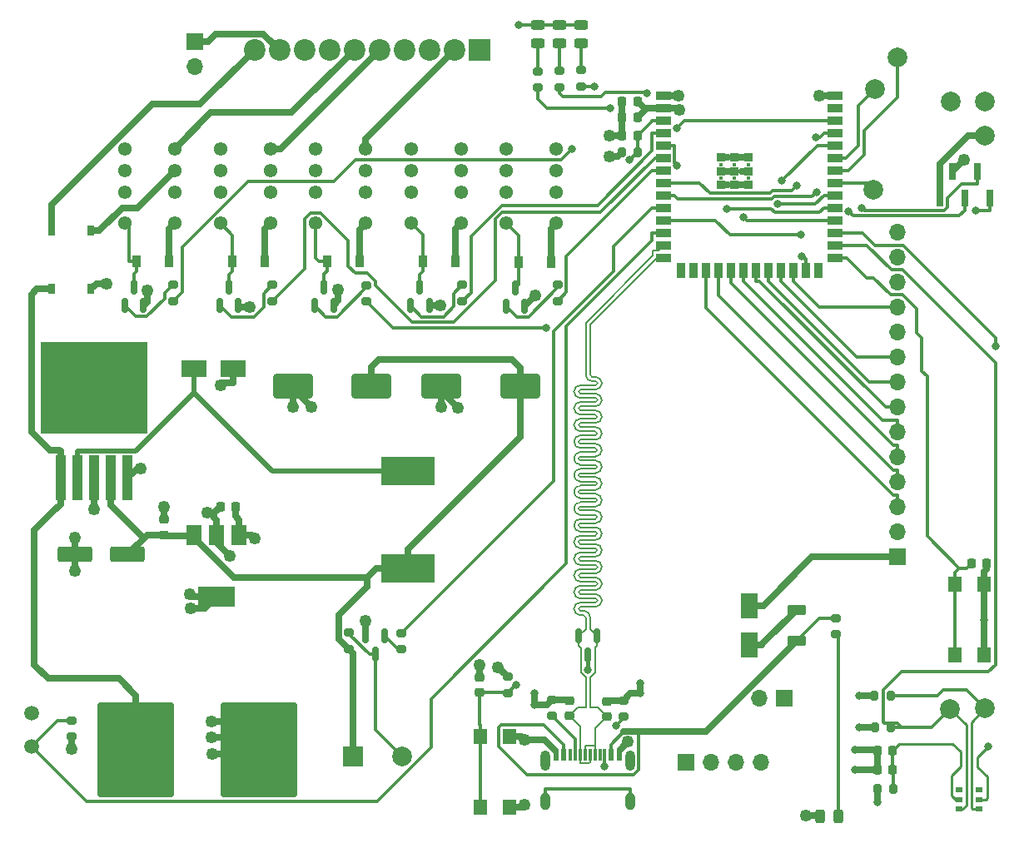
<source format=gbr>
%TF.GenerationSoftware,KiCad,Pcbnew,6.0.11+dfsg-1~bpo11+1*%
%TF.CreationDate,2024-01-26T07:42:42-05:00*%
%TF.ProjectId,Thermostat,54686572-6d6f-4737-9461-742e6b696361,V0.5.2*%
%TF.SameCoordinates,Original*%
%TF.FileFunction,Copper,L1,Top*%
%TF.FilePolarity,Positive*%
%FSLAX46Y46*%
G04 Gerber Fmt 4.6, Leading zero omitted, Abs format (unit mm)*
G04 Created by KiCad (PCBNEW 6.0.11+dfsg-1~bpo11+1) date 2024-01-26 07:42:42*
%MOMM*%
%LPD*%
G01*
G04 APERTURE LIST*
G04 Aperture macros list*
%AMRoundRect*
0 Rectangle with rounded corners*
0 $1 Rounding radius*
0 $2 $3 $4 $5 $6 $7 $8 $9 X,Y pos of 4 corners*
0 Add a 4 corners polygon primitive as box body*
4,1,4,$2,$3,$4,$5,$6,$7,$8,$9,$2,$3,0*
0 Add four circle primitives for the rounded corners*
1,1,$1+$1,$2,$3*
1,1,$1+$1,$4,$5*
1,1,$1+$1,$6,$7*
1,1,$1+$1,$8,$9*
0 Add four rect primitives between the rounded corners*
20,1,$1+$1,$2,$3,$4,$5,0*
20,1,$1+$1,$4,$5,$6,$7,0*
20,1,$1+$1,$6,$7,$8,$9,0*
20,1,$1+$1,$8,$9,$2,$3,0*%
G04 Aperture macros list end*
%TA.AperFunction,SMDPad,CuDef*%
%ADD10R,1.100000X4.600000*%
%TD*%
%TA.AperFunction,SMDPad,CuDef*%
%ADD11R,10.800000X9.400000*%
%TD*%
%TA.AperFunction,ComponentPad*%
%ADD12C,1.381000*%
%TD*%
%TA.AperFunction,SMDPad,CuDef*%
%ADD13RoundRect,0.150000X-0.150000X0.587500X-0.150000X-0.587500X0.150000X-0.587500X0.150000X0.587500X0*%
%TD*%
%TA.AperFunction,SMDPad,CuDef*%
%ADD14RoundRect,0.200000X-0.275000X0.200000X-0.275000X-0.200000X0.275000X-0.200000X0.275000X0.200000X0*%
%TD*%
%TA.AperFunction,ComponentPad*%
%ADD15C,1.500000*%
%TD*%
%TA.AperFunction,SMDPad,CuDef*%
%ADD16R,0.700000X1.000000*%
%TD*%
%TA.AperFunction,ComponentPad*%
%ADD17C,2.000000*%
%TD*%
%TA.AperFunction,ComponentPad*%
%ADD18R,1.700000X1.700000*%
%TD*%
%TA.AperFunction,ComponentPad*%
%ADD19O,1.700000X1.700000*%
%TD*%
%TA.AperFunction,SMDPad,CuDef*%
%ADD20RoundRect,0.150000X0.150000X-0.587500X0.150000X0.587500X-0.150000X0.587500X-0.150000X-0.587500X0*%
%TD*%
%TA.AperFunction,SMDPad,CuDef*%
%ADD21RoundRect,0.225000X0.250000X-0.225000X0.250000X0.225000X-0.250000X0.225000X-0.250000X-0.225000X0*%
%TD*%
%TA.AperFunction,SMDPad,CuDef*%
%ADD22RoundRect,0.200000X0.275000X-0.200000X0.275000X0.200000X-0.275000X0.200000X-0.275000X-0.200000X0*%
%TD*%
%TA.AperFunction,SMDPad,CuDef*%
%ADD23R,0.600000X1.240000*%
%TD*%
%TA.AperFunction,SMDPad,CuDef*%
%ADD24R,0.300000X1.240000*%
%TD*%
%TA.AperFunction,ComponentPad*%
%ADD25O,1.000000X2.100000*%
%TD*%
%TA.AperFunction,ComponentPad*%
%ADD26O,1.000000X1.800000*%
%TD*%
%TA.AperFunction,SMDPad,CuDef*%
%ADD27R,0.900000X1.200000*%
%TD*%
%TA.AperFunction,SMDPad,CuDef*%
%ADD28RoundRect,0.200000X0.200000X0.275000X-0.200000X0.275000X-0.200000X-0.275000X0.200000X-0.275000X0*%
%TD*%
%TA.AperFunction,SMDPad,CuDef*%
%ADD29RoundRect,0.225000X-0.225000X-0.250000X0.225000X-0.250000X0.225000X0.250000X-0.225000X0.250000X0*%
%TD*%
%TA.AperFunction,SMDPad,CuDef*%
%ADD30RoundRect,0.225000X0.225000X0.250000X-0.225000X0.250000X-0.225000X-0.250000X0.225000X-0.250000X0*%
%TD*%
%TA.AperFunction,SMDPad,CuDef*%
%ADD31R,1.800000X2.500000*%
%TD*%
%TA.AperFunction,SMDPad,CuDef*%
%ADD32R,1.500000X2.000000*%
%TD*%
%TA.AperFunction,SMDPad,CuDef*%
%ADD33R,3.800000X2.000000*%
%TD*%
%TA.AperFunction,SMDPad,CuDef*%
%ADD34R,0.800000X0.500000*%
%TD*%
%TA.AperFunction,ComponentPad*%
%ADD35R,2.000000X2.000000*%
%TD*%
%TA.AperFunction,SMDPad,CuDef*%
%ADD36RoundRect,0.250000X1.500000X0.550000X-1.500000X0.550000X-1.500000X-0.550000X1.500000X-0.550000X0*%
%TD*%
%TA.AperFunction,SMDPad,CuDef*%
%ADD37RoundRect,0.200000X-0.200000X-0.275000X0.200000X-0.275000X0.200000X0.275000X-0.200000X0.275000X0*%
%TD*%
%TA.AperFunction,SMDPad,CuDef*%
%ADD38RoundRect,0.243750X-0.456250X0.243750X-0.456250X-0.243750X0.456250X-0.243750X0.456250X0.243750X0*%
%TD*%
%TA.AperFunction,SMDPad,CuDef*%
%ADD39RoundRect,0.249998X-3.650002X-4.550002X3.650002X-4.550002X3.650002X4.550002X-3.650002X4.550002X0*%
%TD*%
%TA.AperFunction,SMDPad,CuDef*%
%ADD40R,5.410200X2.895600*%
%TD*%
%TA.AperFunction,SMDPad,CuDef*%
%ADD41R,1.400000X1.600000*%
%TD*%
%TA.AperFunction,SMDPad,CuDef*%
%ADD42RoundRect,0.250000X0.700000X-0.275000X0.700000X0.275000X-0.700000X0.275000X-0.700000X-0.275000X0*%
%TD*%
%TA.AperFunction,SMDPad,CuDef*%
%ADD43RoundRect,0.243750X-0.243750X-0.456250X0.243750X-0.456250X0.243750X0.456250X-0.243750X0.456250X0*%
%TD*%
%TA.AperFunction,SMDPad,CuDef*%
%ADD44R,2.500000X1.800000*%
%TD*%
%TA.AperFunction,SMDPad,CuDef*%
%ADD45RoundRect,0.250000X1.750000X1.000000X-1.750000X1.000000X-1.750000X-1.000000X1.750000X-1.000000X0*%
%TD*%
%TA.AperFunction,SMDPad,CuDef*%
%ADD46R,1.500000X0.900000*%
%TD*%
%TA.AperFunction,SMDPad,CuDef*%
%ADD47R,0.900000X1.500000*%
%TD*%
%TA.AperFunction,SMDPad,CuDef*%
%ADD48R,0.900000X0.900000*%
%TD*%
%TA.AperFunction,ComponentPad*%
%ADD49C,0.400000*%
%TD*%
%TA.AperFunction,ComponentPad*%
%ADD50R,2.200000X2.200000*%
%TD*%
%TA.AperFunction,ComponentPad*%
%ADD51C,2.200000*%
%TD*%
%TA.AperFunction,SMDPad,CuDef*%
%ADD52R,0.650000X1.800000*%
%TD*%
%TA.AperFunction,ViaPad*%
%ADD53C,1.250000*%
%TD*%
%TA.AperFunction,ViaPad*%
%ADD54C,0.800000*%
%TD*%
%TA.AperFunction,Conductor*%
%ADD55C,0.650000*%
%TD*%
%TA.AperFunction,Conductor*%
%ADD56C,0.250000*%
%TD*%
%TA.AperFunction,Conductor*%
%ADD57C,0.350000*%
%TD*%
%TA.AperFunction,Conductor*%
%ADD58C,0.450000*%
%TD*%
%TA.AperFunction,Conductor*%
%ADD59C,0.200000*%
%TD*%
%TA.AperFunction,Conductor*%
%ADD60C,0.550000*%
%TD*%
%TA.AperFunction,Conductor*%
%ADD61C,0.299800*%
%TD*%
G04 APERTURE END LIST*
D10*
%TO.P,U2,1,VIN*%
%TO.N,Net-(BR1-Pad3)*%
X116375000Y-113045000D03*
%TO.P,U2,2,OUT*%
%TO.N,Net-(D4-Pad1)*%
X118075000Y-113045000D03*
%TO.P,U2,3,GND*%
%TO.N,GND*%
X119775000Y-113045000D03*
D11*
X119775000Y-103895000D03*
D10*
%TO.P,U2,4,FB*%
%TO.N,+5V*%
X121475000Y-113045000D03*
%TO.P,U2,5,~{ON}/OFF*%
%TO.N,GND*%
X123175000Y-113045000D03*
%TD*%
D12*
%TO.P,K1,1,COIL+*%
%TO.N,+3V3*%
X128015000Y-87170000D03*
%TO.P,K1,2,NC_1*%
%TO.N,unconnected-(K1-Pad2)*%
X128015000Y-83970000D03*
%TO.P,K1,3,COM_1*%
%TO.N,RH*%
X128015000Y-81770000D03*
%TO.P,K1,4,NO_1*%
%TO.N,W*%
X128015000Y-79570000D03*
%TO.P,K1,5,NO_2*%
%TO.N,unconnected-(K1-Pad5)*%
X122935000Y-79570000D03*
%TO.P,K1,6,COM_2*%
%TO.N,unconnected-(K1-Pad6)*%
X122935000Y-81770000D03*
%TO.P,K1,7,NC_2*%
%TO.N,unconnected-(K1-Pad7)*%
X122935000Y-83970000D03*
%TO.P,K1,8,COIL-*%
%TO.N,Net-(D8-Pad2)*%
X122935000Y-87170000D03*
%TD*%
D13*
%TO.P,Q1,1,G*%
%TO.N,Net-(Q1-Pad1)*%
X149320000Y-129160000D03*
%TO.P,Q1,2,S*%
%TO.N,GND*%
X147420000Y-129160000D03*
%TO.P,Q1,3,D*%
%TO.N,Net-(BZ1-Pad2)*%
X148370000Y-131035000D03*
%TD*%
D14*
%TO.P,R8,1*%
%TO.N,Net-(D5-Pad2)*%
X169340000Y-71595000D03*
%TO.P,R8,2*%
%TO.N,LED_HEAT*%
X169340000Y-73245000D03*
%TD*%
D15*
%TO.P,R12,1*%
%TO.N,+3V3*%
X113440000Y-137010000D03*
%TO.P,R12,2*%
%TO.N,LIGHT_SENS*%
X113440000Y-140410000D03*
%TD*%
D16*
%TO.P,BR1,1*%
%TO.N,RH*%
X119440000Y-87895000D03*
%TO.P,BR1,2*%
%TO.N,C*%
X115440000Y-87895000D03*
%TO.P,BR1,3,+*%
%TO.N,Net-(BR1-Pad3)*%
X115440000Y-93845000D03*
%TO.P,BR1,4,-*%
%TO.N,GND*%
X119440000Y-93845000D03*
%TD*%
D14*
%TO.P,R15,1*%
%TO.N,BUZZER*%
X151060000Y-128872500D03*
%TO.P,R15,2*%
%TO.N,Net-(Q1-Pad1)*%
X151060000Y-130522500D03*
%TD*%
D17*
%TO.P,TP2,1,1*%
%TO.N,SDA*%
X210390000Y-136490000D03*
%TD*%
D18*
%TO.P,J2,1,Pin_1*%
%TO.N,RH*%
X130040000Y-68660000D03*
D19*
%TO.P,J2,2,Pin_2*%
%TO.N,RC*%
X130040000Y-71200000D03*
%TD*%
D20*
%TO.P,Q5,1,G*%
%TO.N,Net-(Q5-Pad1)*%
X151970000Y-95557500D03*
%TO.P,Q5,2,S*%
%TO.N,GND*%
X153870000Y-95557500D03*
%TO.P,Q5,3,D*%
%TO.N,Net-(D11-Pad2)*%
X152920000Y-93682500D03*
%TD*%
D17*
%TO.P,TP3,1,1*%
%TO.N,+3V3*%
X206870000Y-74770000D03*
%TD*%
%TO.P,TP5,1,1*%
%TO.N,GND*%
X210390000Y-74770000D03*
%TD*%
D21*
%TO.P,C9,1*%
%TO.N,+5V*%
X126900000Y-118855000D03*
%TO.P,C9,2*%
%TO.N,GND*%
X126900000Y-117305000D03*
%TD*%
D22*
%TO.P,R6,1*%
%TO.N,Net-(J1-PadA5)*%
X166368000Y-137300000D03*
%TO.P,R6,2*%
%TO.N,GND*%
X166368000Y-135650000D03*
%TD*%
D12*
%TO.P,K4,1,COIL+*%
%TO.N,+3V3*%
X157110000Y-87170000D03*
%TO.P,K4,2,NC_1*%
%TO.N,unconnected-(K4-Pad2)*%
X157110000Y-83970000D03*
%TO.P,K4,3,COM_1*%
%TO.N,RH*%
X157110000Y-81770000D03*
%TO.P,K4,4,NO_1*%
%TO.N,G*%
X157110000Y-79570000D03*
%TO.P,K4,5,NO_2*%
%TO.N,unconnected-(K4-Pad5)*%
X152030000Y-79570000D03*
%TO.P,K4,6,COM_2*%
%TO.N,unconnected-(K4-Pad6)*%
X152030000Y-81770000D03*
%TO.P,K4,7,NC_2*%
%TO.N,unconnected-(K4-Pad7)*%
X152030000Y-83970000D03*
%TO.P,K4,8,COIL-*%
%TO.N,Net-(D11-Pad2)*%
X152030000Y-87170000D03*
%TD*%
D21*
%TO.P,C6,1*%
%TO.N,USB_D-*%
X168120000Y-137265000D03*
%TO.P,C6,2*%
%TO.N,GND*%
X168120000Y-135715000D03*
%TD*%
D22*
%TO.P,R7,1*%
%TO.N,Net-(J1-PadB5)*%
X173590000Y-137380000D03*
%TO.P,R7,2*%
%TO.N,GND*%
X173590000Y-135730000D03*
%TD*%
D23*
%TO.P,J1,A1,GND*%
%TO.N,GND*%
X166770000Y-141200000D03*
%TO.P,J1,A4,VBUS*%
%TO.N,Net-(J1-PadA4)*%
X167570000Y-141200000D03*
D24*
%TO.P,J1,A5,CC1*%
%TO.N,Net-(J1-PadA5)*%
X168720000Y-141200000D03*
%TO.P,J1,A6,D+*%
%TO.N,USB_D+*%
X169720000Y-141200000D03*
%TO.P,J1,A7,D-*%
%TO.N,USB_D-*%
X170220000Y-141200000D03*
%TO.P,J1,A8,SBU1*%
%TO.N,unconnected-(J1-PadA8)*%
X171220000Y-141200000D03*
D23*
%TO.P,J1,A9,VBUS*%
%TO.N,Net-(J1-PadA4)*%
X172370000Y-141200000D03*
%TO.P,J1,A12,GND*%
%TO.N,GND*%
X173170000Y-141200000D03*
%TO.P,J1,B1,GND*%
X173170000Y-141200000D03*
%TO.P,J1,B4,VBUS*%
%TO.N,Net-(J1-PadA4)*%
X172370000Y-141200000D03*
D24*
%TO.P,J1,B5,CC2*%
%TO.N,Net-(J1-PadB5)*%
X171720000Y-141200000D03*
%TO.P,J1,B6,D+*%
%TO.N,USB_D+*%
X170720000Y-141200000D03*
%TO.P,J1,B7,D-*%
%TO.N,USB_D-*%
X169220000Y-141200000D03*
%TO.P,J1,B8,SBU2*%
%TO.N,unconnected-(J1-PadB8)*%
X168220000Y-141200000D03*
D23*
%TO.P,J1,B9,VBUS*%
%TO.N,Net-(J1-PadA4)*%
X167570000Y-141200000D03*
%TO.P,J1,B12,GND*%
%TO.N,GND*%
X166770000Y-141200000D03*
D25*
%TO.P,J1,S1,SHIELD*%
%TO.N,unconnected-(J1-PadS1)*%
X174290000Y-141800000D03*
D26*
X165650000Y-146000000D03*
D25*
X165650000Y-141800000D03*
D26*
X174290000Y-146000000D03*
%TD*%
D27*
%TO.P,D11,1,K*%
%TO.N,+3V3*%
X156520000Y-91070000D03*
%TO.P,D11,2,A*%
%TO.N,Net-(D11-Pad2)*%
X153220000Y-91070000D03*
%TD*%
D28*
%TO.P,R11,1*%
%TO.N,Net-(C14-Pad1)*%
X201075000Y-144740000D03*
%TO.P,R11,2*%
%TO.N,+3V3*%
X199425000Y-144740000D03*
%TD*%
D29*
%TO.P,C7,1*%
%TO.N,Net-(C7-Pad1)*%
X209005000Y-121780000D03*
%TO.P,C7,2*%
%TO.N,GND*%
X210555000Y-121780000D03*
%TD*%
D30*
%TO.P,C2,1*%
%TO.N,EN*%
X175040000Y-78280000D03*
%TO.P,C2,2*%
%TO.N,GND*%
X173490000Y-78280000D03*
%TD*%
D31*
%TO.P,D1,1,K*%
%TO.N,+5V*%
X186420000Y-126060000D03*
%TO.P,D1,2,A*%
%TO.N,Net-(D1-Pad2)*%
X186420000Y-130060000D03*
%TD*%
D32*
%TO.P,U3,1,GND*%
%TO.N,GND*%
X134530000Y-118870000D03*
%TO.P,U3,2,VO*%
%TO.N,+3V3*%
X132230000Y-118870000D03*
D33*
X132230000Y-125170000D03*
D32*
%TO.P,U3,3,VI*%
%TO.N,+5V*%
X129930000Y-118870000D03*
%TD*%
D34*
%TO.P,U4,1,NC_1*%
%TO.N,unconnected-(U4-Pad1)*%
X207750000Y-144780000D03*
%TO.P,U4,2,VDD*%
%TO.N,Net-(C14-Pad1)*%
X207750000Y-145780000D03*
%TO.P,U4,3,SCL*%
%TO.N,SCL*%
X207750000Y-146780000D03*
%TO.P,U4,4,SDA*%
%TO.N,SDA*%
X209750000Y-146780000D03*
%TO.P,U4,5,GND*%
%TO.N,GND*%
X209750000Y-145780000D03*
%TO.P,U4,6,NC_2*%
%TO.N,unconnected-(U4-Pad6)*%
X209750000Y-144780000D03*
%TD*%
D35*
%TO.P,BZ1,1,-*%
%TO.N,+5V*%
X146120000Y-141410000D03*
D17*
%TO.P,BZ1,2,+*%
%TO.N,Net-(BZ1-Pad2)*%
X151120000Y-141410000D03*
%TD*%
D12*
%TO.P,K5,1,COIL+*%
%TO.N,+3V3*%
X166790000Y-87170000D03*
%TO.P,K5,2,NC_1*%
%TO.N,unconnected-(K5-Pad2)*%
X166790000Y-83970000D03*
%TO.P,K5,3,COM_1*%
%TO.N,RH*%
X166790000Y-81770000D03*
%TO.P,K5,4,NO_1*%
%TO.N,O{slash}B*%
X166790000Y-79570000D03*
%TO.P,K5,5,NO_2*%
%TO.N,unconnected-(K5-Pad5)*%
X161710000Y-79570000D03*
%TO.P,K5,6,COM_2*%
%TO.N,unconnected-(K5-Pad6)*%
X161710000Y-81770000D03*
%TO.P,K5,7,NC_2*%
%TO.N,unconnected-(K5-Pad7)*%
X161710000Y-83970000D03*
%TO.P,K5,8,COIL-*%
%TO.N,Net-(D12-Pad2)*%
X161710000Y-87170000D03*
%TD*%
D30*
%TO.P,C4,1*%
%TO.N,+3V3*%
X175040000Y-76360000D03*
%TO.P,C4,2*%
%TO.N,GND*%
X173490000Y-76360000D03*
%TD*%
D36*
%TO.P,C12,1*%
%TO.N,+5V*%
X123200000Y-120830000D03*
%TO.P,C12,2*%
%TO.N,GND*%
X117800000Y-120830000D03*
%TD*%
D17*
%TO.P,TP4,1,1*%
%TO.N,unconnected-(U1-Pad34)*%
X201450000Y-70260000D03*
%TD*%
D37*
%TO.P,R2,1*%
%TO.N,+3V3*%
X199155000Y-138470000D03*
%TO.P,R2,2*%
%TO.N,SCL*%
X200805000Y-138470000D03*
%TD*%
D17*
%TO.P,TP4,1,1*%
%TO.N,unconnected-(U1-Pad33)*%
X199060000Y-83750000D03*
%TD*%
D38*
%TO.P,D5,1,K*%
%TO.N,GND*%
X169340000Y-67002500D03*
%TO.P,D5,2,A*%
%TO.N,Net-(D5-Pad2)*%
X169340000Y-68877500D03*
%TD*%
D14*
%TO.P,R17,1*%
%TO.N,Net-(Q3-Pad1)*%
X137930000Y-93435000D03*
%TO.P,R17,2*%
%TO.N,HVAC_COOL*%
X137930000Y-95085000D03*
%TD*%
D38*
%TO.P,D7,1,K*%
%TO.N,GND*%
X164910000Y-66992500D03*
%TO.P,D7,2,A*%
%TO.N,Net-(D7-Pad2)*%
X164910000Y-68867500D03*
%TD*%
D39*
%TO.P,C13,1*%
%TO.N,Net-(BR1-Pad3)*%
X124020000Y-140770000D03*
%TO.P,C13,2*%
%TO.N,GND*%
X136520000Y-140770000D03*
%TD*%
D17*
%TO.P,TP4,1,1*%
%TO.N,+5V*%
X210390000Y-78260000D03*
%TD*%
D21*
%TO.P,C1,1*%
%TO.N,EN*%
X159000000Y-134915000D03*
%TO.P,C1,2*%
%TO.N,GND*%
X159000000Y-133365000D03*
%TD*%
D40*
%TO.P,L2,1,1*%
%TO.N,+5V*%
X151710000Y-122286000D03*
%TO.P,L2,2,2*%
%TO.N,Net-(D4-Pad1)*%
X151710000Y-112380000D03*
%TD*%
D17*
%TO.P,TP1,1,1*%
%TO.N,SCL*%
X206830000Y-136570000D03*
%TD*%
D14*
%TO.P,R9,1*%
%TO.N,Net-(D6-Pad2)*%
X167120000Y-71675000D03*
%TO.P,R9,2*%
%TO.N,LED_FAN*%
X167120000Y-73325000D03*
%TD*%
D20*
%TO.P,Q4,1,G*%
%TO.N,Net-(Q4-Pad1)*%
X142220000Y-95537500D03*
%TO.P,Q4,2,S*%
%TO.N,GND*%
X144120000Y-95537500D03*
%TO.P,Q4,3,D*%
%TO.N,Net-(D10-Pad2)*%
X143170000Y-93662500D03*
%TD*%
D13*
%TO.P,D3,1,K*%
%TO.N,USB_D+*%
X170950000Y-129172500D03*
%TO.P,D3,2,K*%
%TO.N,USB_D-*%
X169050000Y-129172500D03*
%TO.P,D3,3,A*%
%TO.N,GND*%
X170000000Y-131047500D03*
%TD*%
D41*
%TO.P,SW2,1,1*%
%TO.N,GND*%
X210288000Y-131108000D03*
X210288000Y-123908000D03*
%TO.P,SW2,2,2*%
%TO.N,Net-(C7-Pad1)*%
X207288000Y-123908000D03*
X207288000Y-131108000D03*
%TD*%
D20*
%TO.P,Q3,1,G*%
%TO.N,Net-(Q3-Pad1)*%
X132560000Y-95557500D03*
%TO.P,Q3,2,S*%
%TO.N,GND*%
X134460000Y-95557500D03*
%TO.P,Q3,3,D*%
%TO.N,Net-(D9-Pad2)*%
X133510000Y-93682500D03*
%TD*%
%TO.P,Q6,1,G*%
%TO.N,Net-(Q6-Pad1)*%
X161670000Y-95577500D03*
%TO.P,Q6,2,S*%
%TO.N,GND*%
X163570000Y-95577500D03*
%TO.P,Q6,3,D*%
%TO.N,Net-(D12-Pad2)*%
X162620000Y-93702500D03*
%TD*%
D17*
%TO.P,TP4,1,1*%
%TO.N,unconnected-(U1-Pad35)*%
X199170000Y-73540000D03*
%TD*%
D27*
%TO.P,D9,1,K*%
%TO.N,+3V3*%
X137160000Y-91050000D03*
%TO.P,D9,2,A*%
%TO.N,Net-(D9-Pad2)*%
X133860000Y-91050000D03*
%TD*%
D14*
%TO.P,R5,1*%
%TO.N,Net-(J1-PadA4)*%
X195210000Y-127325000D03*
%TO.P,R5,2*%
%TO.N,Net-(D2-Pad2)*%
X195210000Y-128975000D03*
%TD*%
D30*
%TO.P,C3,1*%
%TO.N,+3V3*%
X175040000Y-74740000D03*
%TO.P,C3,2*%
%TO.N,GND*%
X173490000Y-74740000D03*
%TD*%
D42*
%TO.P,L1,1,1*%
%TO.N,Net-(J1-PadA4)*%
X191220000Y-129635000D03*
%TO.P,L1,2,2*%
%TO.N,Net-(D1-Pad2)*%
X191220000Y-126485000D03*
%TD*%
D43*
%TO.P,D2,1,K*%
%TO.N,GND*%
X193602500Y-147470000D03*
%TO.P,D2,2,A*%
%TO.N,Net-(D2-Pad2)*%
X195477500Y-147470000D03*
%TD*%
D12*
%TO.P,K3,1,COIL+*%
%TO.N,+3V3*%
X147400000Y-87170000D03*
%TO.P,K3,2,NC_1*%
%TO.N,unconnected-(K3-Pad2)*%
X147400000Y-83970000D03*
%TO.P,K3,3,COM_1*%
%TO.N,RH*%
X147400000Y-81770000D03*
%TO.P,K3,4,NO_1*%
%TO.N,E*%
X147400000Y-79570000D03*
%TO.P,K3,5,NO_2*%
%TO.N,unconnected-(K3-Pad5)*%
X142320000Y-79570000D03*
%TO.P,K3,6,COM_2*%
%TO.N,unconnected-(K3-Pad6)*%
X142320000Y-81770000D03*
%TO.P,K3,7,NC_2*%
%TO.N,unconnected-(K3-Pad7)*%
X142320000Y-83970000D03*
%TO.P,K3,8,COIL-*%
%TO.N,Net-(D10-Pad2)*%
X142320000Y-87170000D03*
%TD*%
D44*
%TO.P,D4,1,K*%
%TO.N,Net-(D4-Pad1)*%
X129940000Y-101930000D03*
%TO.P,D4,2,A*%
%TO.N,GND*%
X133940000Y-101930000D03*
%TD*%
D27*
%TO.P,D12,1,K*%
%TO.N,+3V3*%
X166240000Y-91090000D03*
%TO.P,D12,2,A*%
%TO.N,Net-(D12-Pad2)*%
X162940000Y-91090000D03*
%TD*%
D14*
%TO.P,R10,1*%
%TO.N,Net-(D7-Pad2)*%
X164910000Y-71695000D03*
%TO.P,R10,2*%
%TO.N,LED_COOL*%
X164910000Y-73345000D03*
%TD*%
%TO.P,R18,1*%
%TO.N,Net-(Q4-Pad1)*%
X147500000Y-93445000D03*
%TO.P,R18,2*%
%TO.N,HVAC_2STAGE*%
X147500000Y-95095000D03*
%TD*%
D37*
%TO.P,R3,1*%
%TO.N,+3V3*%
X199135000Y-135200000D03*
%TO.P,R3,2*%
%TO.N,SDA*%
X200785000Y-135200000D03*
%TD*%
D45*
%TO.P,C10,1*%
%TO.N,+5V*%
X148000000Y-103710000D03*
%TO.P,C10,2*%
%TO.N,GND*%
X140000000Y-103710000D03*
%TD*%
D27*
%TO.P,D8,1,K*%
%TO.N,+3V3*%
X127430000Y-91040000D03*
%TO.P,D8,2,A*%
%TO.N,Net-(D8-Pad2)*%
X124130000Y-91040000D03*
%TD*%
D22*
%TO.P,R14,1*%
%TO.N,GND*%
X117500000Y-139415000D03*
%TO.P,R14,2*%
%TO.N,LIGHT_SENS*%
X117500000Y-137765000D03*
%TD*%
D14*
%TO.P,R19,1*%
%TO.N,Net-(Q5-Pad1)*%
X157230000Y-93435000D03*
%TO.P,R19,2*%
%TO.N,HVAC_FAN*%
X157230000Y-95085000D03*
%TD*%
%TO.P,R20,1*%
%TO.N,Net-(Q6-Pad1)*%
X166950000Y-93425000D03*
%TO.P,R20,2*%
%TO.N,HVAC_RVALV*%
X166950000Y-95075000D03*
%TD*%
%TO.P,R16,1*%
%TO.N,Net-(Q2-Pad1)*%
X127850000Y-93415000D03*
%TO.P,R16,2*%
%TO.N,HVAC_HEAT*%
X127850000Y-95065000D03*
%TD*%
D46*
%TO.P,U1,1,GND*%
%TO.N,GND*%
X177662500Y-74160000D03*
%TO.P,U1,2,3V3*%
%TO.N,+3V3*%
X177662500Y-75430000D03*
%TO.P,U1,3,EN*%
%TO.N,EN*%
X177662500Y-76700000D03*
%TO.P,U1,4,IO4*%
%TO.N,HVAC_FAN*%
X177662500Y-77970000D03*
%TO.P,U1,5,IO5*%
%TO.N,HVAC_HEAT*%
X177662500Y-79240000D03*
%TO.P,U1,6,IO6*%
%TO.N,HVAC_COOL*%
X177662500Y-80510000D03*
%TO.P,U1,7,IO7*%
%TO.N,HVAC_RVALV*%
X177662500Y-81780000D03*
%TO.P,U1,8,IO15*%
%TO.N,LD_RX*%
X177662500Y-83050000D03*
%TO.P,U1,9,IO16*%
%TO.N,LD_TX*%
X177662500Y-84320000D03*
%TO.P,U1,10,IO17*%
%TO.N,BUZZER*%
X177662500Y-85590000D03*
%TO.P,U1,11,IO18*%
%TO.N,MOTION*%
X177662500Y-86860000D03*
%TO.P,U1,12,IO8*%
%TO.N,LIGHT_SENS*%
X177662500Y-88130000D03*
%TO.P,U1,13,IO19*%
%TO.N,USB_D-*%
X177662500Y-89400000D03*
%TO.P,U1,14,IO20*%
%TO.N,USB_D+*%
X177662500Y-90670000D03*
D47*
%TO.P,U1,15,IO3*%
%TO.N,unconnected-(U1-Pad15)*%
X179427500Y-91920000D03*
%TO.P,U1,16,IO46*%
%TO.N,unconnected-(U1-Pad16)*%
X180697500Y-91920000D03*
%TO.P,U1,17,IO9*%
%TO.N,TFT_CS*%
X181967500Y-91920000D03*
%TO.P,U1,18,IO10*%
%TO.N,TFT_RESET*%
X183237500Y-91920000D03*
%TO.P,U1,19,IO11*%
%TO.N,TFT_DC*%
X184507500Y-91920000D03*
%TO.P,U1,20,IO12*%
%TO.N,TFT_MOSI*%
X185777500Y-91920000D03*
%TO.P,U1,21,IO13*%
%TO.N,TFT_CLK*%
X187047500Y-91920000D03*
%TO.P,U1,22,IO14*%
%TO.N,TFT_LED*%
X188317500Y-91920000D03*
%TO.P,U1,23,IO21*%
%TO.N,TFT_MISO*%
X189587500Y-91920000D03*
%TO.P,U1,24,IO47*%
%TO.N,TOUCH_CS*%
X190857500Y-91920000D03*
%TO.P,U1,25,IO48*%
%TO.N,TOUCH_IRQ*%
X192127500Y-91920000D03*
%TO.P,U1,26,IO45*%
%TO.N,unconnected-(U1-Pad26)*%
X193397500Y-91920000D03*
D46*
%TO.P,U1,27,IO0*%
%TO.N,Net-(C7-Pad1)*%
X195162500Y-90670000D03*
%TO.P,U1,28,IO35*%
%TO.N,SCL*%
X195162500Y-89400000D03*
%TO.P,U1,29,IO36*%
%TO.N,SDA*%
X195162500Y-88130000D03*
%TO.P,U1,30,IO37*%
%TO.N,LED_FAN*%
X195162500Y-86860000D03*
%TO.P,U1,31,IO38*%
%TO.N,LED_HEAT*%
X195162500Y-85590000D03*
%TO.P,U1,32,IO39*%
%TO.N,HVAC_2STAGE*%
X195162500Y-84320000D03*
%TO.P,U1,33,IO40*%
%TO.N,unconnected-(U1-Pad33)*%
X195162500Y-83050000D03*
%TO.P,U1,34,IO41*%
%TO.N,unconnected-(U1-Pad34)*%
X195162500Y-81780000D03*
%TO.P,U1,35,IO42*%
%TO.N,unconnected-(U1-Pad35)*%
X195162500Y-80510000D03*
%TO.P,U1,36,RXD0*%
%TO.N,RXD0*%
X195162500Y-79240000D03*
%TO.P,U1,37,TXD0*%
%TO.N,TXD0*%
X195162500Y-77970000D03*
%TO.P,U1,38,IO2*%
%TO.N,LED_COOL*%
X195162500Y-76700000D03*
%TO.P,U1,39,IO1*%
%TO.N,unconnected-(U1-Pad39)*%
X195162500Y-75430000D03*
%TO.P,U1,40,GND*%
%TO.N,GND*%
X195162500Y-74160000D03*
D48*
%TO.P,U1,41_1,GND*%
X184912500Y-81880000D03*
%TO.P,U1,41_2,GND*%
X183512500Y-81880000D03*
%TO.P,U1,41_3,GND*%
X186312500Y-81880000D03*
%TO.P,U1,41_4,GND*%
X183512500Y-83280000D03*
%TO.P,U1,41_5,GND*%
X184912500Y-83280000D03*
%TO.P,U1,41_6,GND*%
X186312500Y-83280000D03*
%TO.P,U1,41_7,GND*%
X183512500Y-80480000D03*
%TO.P,U1,41_8,GND*%
X184912500Y-80480000D03*
%TO.P,U1,41_9,GND*%
X186312500Y-80480000D03*
D49*
%TO.P,U1,41_10,GND*%
X184912500Y-81180000D03*
%TO.P,U1,41_11,GND*%
X183512500Y-81180000D03*
%TO.P,U1,41_12,GND*%
X186312500Y-81180000D03*
%TO.P,U1,41_13,GND*%
X183512500Y-82580000D03*
%TO.P,U1,41_14,GND*%
X184912500Y-82580000D03*
%TO.P,U1,41_15,GND*%
X186312500Y-82580000D03*
%TO.P,U1,41_16,GND*%
X184212500Y-80480000D03*
%TO.P,U1,41_17,GND*%
X185612500Y-80480000D03*
%TO.P,U1,41_18,GND*%
X184212500Y-81880000D03*
%TO.P,U1,41_19,GND*%
X185612500Y-81880000D03*
%TO.P,U1,41_20,GND*%
X184212500Y-83280000D03*
%TO.P,U1,41_21,GND*%
X185612500Y-83280000D03*
%TD*%
D18*
%TO.P,J6,1,Pin_1*%
%TO.N,UART_VCC*%
X179990000Y-142010000D03*
D19*
%TO.P,J6,2,Pin_2*%
%TO.N,RXD0*%
X182530000Y-142010000D03*
%TO.P,J6,3,Pin_3*%
%TO.N,TXD0*%
X185070000Y-142010000D03*
%TO.P,J6,4,Pin_4*%
%TO.N,GND*%
X187610000Y-142010000D03*
%TD*%
D38*
%TO.P,D6,1,K*%
%TO.N,GND*%
X167120000Y-67002500D03*
%TO.P,D6,2,A*%
%TO.N,Net-(D6-Pad2)*%
X167120000Y-68877500D03*
%TD*%
D18*
%TO.P,J5,1,Pin_1*%
%TO.N,+5V*%
X189960000Y-135440000D03*
D19*
%TO.P,J5,2,Pin_2*%
%TO.N,UART_VCC*%
X187420000Y-135440000D03*
%TD*%
D29*
%TO.P,C8,1*%
%TO.N,+3V3*%
X132615000Y-116000000D03*
%TO.P,C8,2*%
%TO.N,GND*%
X134165000Y-116000000D03*
%TD*%
D12*
%TO.P,K2,1,COIL+*%
%TO.N,+3V3*%
X137700000Y-87170000D03*
%TO.P,K2,2,NC_1*%
%TO.N,unconnected-(K2-Pad2)*%
X137700000Y-83970000D03*
%TO.P,K2,3,COM_1*%
%TO.N,RC*%
X137700000Y-81770000D03*
%TO.P,K2,4,NO_1*%
%TO.N,Y*%
X137700000Y-79570000D03*
%TO.P,K2,5,NO_2*%
%TO.N,unconnected-(K2-Pad5)*%
X132620000Y-79570000D03*
%TO.P,K2,6,COM_2*%
%TO.N,unconnected-(K2-Pad6)*%
X132620000Y-81770000D03*
%TO.P,K2,7,NC_2*%
%TO.N,unconnected-(K2-Pad7)*%
X132620000Y-83970000D03*
%TO.P,K2,8,COIL-*%
%TO.N,Net-(D9-Pad2)*%
X132620000Y-87170000D03*
%TD*%
D21*
%TO.P,C5,1*%
%TO.N,USB_D+*%
X171900000Y-137335000D03*
%TO.P,C5,2*%
%TO.N,GND*%
X171900000Y-135785000D03*
%TD*%
D45*
%TO.P,C11,1*%
%TO.N,+5V*%
X163110000Y-103730000D03*
%TO.P,C11,2*%
%TO.N,GND*%
X155110000Y-103730000D03*
%TD*%
D41*
%TO.P,SW1,1,1*%
%TO.N,GND*%
X162028000Y-139402000D03*
X162028000Y-146602000D03*
%TO.P,SW1,2,2*%
%TO.N,EN*%
X159028000Y-139402000D03*
X159028000Y-146602000D03*
%TD*%
D18*
%TO.P,J7,1,Pin_1*%
%TO.N,+5V*%
X201505000Y-121120000D03*
D19*
%TO.P,J7,2,Pin_2*%
%TO.N,GND*%
X201505000Y-118580000D03*
%TO.P,J7,3,Pin_3*%
%TO.N,TFT_CS*%
X201505000Y-116040000D03*
%TO.P,J7,4,Pin_4*%
%TO.N,TFT_RESET*%
X201505000Y-113500000D03*
%TO.P,J7,5,Pin_5*%
%TO.N,TFT_DC*%
X201505000Y-110960000D03*
%TO.P,J7,6,Pin_6*%
%TO.N,TFT_MOSI*%
X201505000Y-108420000D03*
%TO.P,J7,7,Pin_7*%
%TO.N,TFT_CLK*%
X201505000Y-105880000D03*
%TO.P,J7,8,Pin_8*%
%TO.N,TFT_LED*%
X201505000Y-103340000D03*
%TO.P,J7,9,Pin_9*%
%TO.N,TFT_MISO*%
X201505000Y-100800000D03*
%TO.P,J7,10,Pin_10*%
%TO.N,TFT_CLK*%
X201505000Y-98260000D03*
%TO.P,J7,11,Pin_11*%
%TO.N,TOUCH_CS*%
X201505000Y-95720000D03*
%TO.P,J7,12,Pin_12*%
%TO.N,TFT_MOSI*%
X201505000Y-93180000D03*
%TO.P,J7,13,Pin_13*%
%TO.N,TFT_MISO*%
X201505000Y-90640000D03*
%TO.P,J7,14,Pin_14*%
%TO.N,TOUCH_IRQ*%
X201505000Y-88100000D03*
%TD*%
D22*
%TO.P,R1,1*%
%TO.N,EN*%
X161840000Y-134955000D03*
%TO.P,R1,2*%
%TO.N,+3V3*%
X161840000Y-133305000D03*
%TD*%
D20*
%TO.P,Q2,1,G*%
%TO.N,Net-(Q2-Pad1)*%
X122880000Y-95537500D03*
%TO.P,Q2,2,S*%
%TO.N,GND*%
X124780000Y-95537500D03*
%TO.P,Q2,3,D*%
%TO.N,Net-(D8-Pad2)*%
X123830000Y-93662500D03*
%TD*%
D30*
%TO.P,C15,1*%
%TO.N,Net-(C14-Pad1)*%
X201015000Y-140780000D03*
%TO.P,C15,2*%
%TO.N,GND*%
X199465000Y-140780000D03*
%TD*%
D28*
%TO.P,R4,1*%
%TO.N,EN*%
X175075000Y-79910000D03*
%TO.P,R4,2*%
%TO.N,+3V3*%
X173425000Y-79910000D03*
%TD*%
D50*
%TO.P,J3,1,Pin_1*%
%TO.N,unconnected-(J3-Pad1)*%
X158940000Y-69550000D03*
D51*
%TO.P,J3,2,Pin_2*%
%TO.N,E*%
X156400000Y-69550000D03*
%TO.P,J3,3,Pin_3*%
%TO.N,O{slash}B*%
X153860000Y-69550000D03*
%TO.P,J3,4,Pin_4*%
%TO.N,G*%
X151320000Y-69550000D03*
%TO.P,J3,5,Pin_5*%
%TO.N,Y*%
X148780000Y-69550000D03*
%TO.P,J3,6,Pin_6*%
%TO.N,W*%
X146240000Y-69550000D03*
%TO.P,J3,7,Pin_7*%
%TO.N,unconnected-(J3-Pad7)*%
X143700000Y-69550000D03*
%TO.P,J3,8,Pin_8*%
%TO.N,RC*%
X141160000Y-69550000D03*
%TO.P,J3,9,Pin_9*%
%TO.N,RH*%
X138620000Y-69550000D03*
%TO.P,J3,10,Pin_10*%
%TO.N,C*%
X136080000Y-69550000D03*
%TD*%
D14*
%TO.P,R13,1*%
%TO.N,Net-(BZ1-Pad2)*%
X145700000Y-128832500D03*
%TO.P,R13,2*%
%TO.N,+5V*%
X145700000Y-130482500D03*
%TD*%
D27*
%TO.P,D10,1,K*%
%TO.N,+3V3*%
X146770000Y-91040000D03*
%TO.P,D10,2,A*%
%TO.N,Net-(D10-Pad2)*%
X143470000Y-91040000D03*
%TD*%
D30*
%TO.P,C14,1*%
%TO.N,Net-(C14-Pad1)*%
X200995000Y-142730000D03*
%TO.P,C14,2*%
%TO.N,GND*%
X199445000Y-142730000D03*
%TD*%
D52*
%TO.P,J4,1,Pin_1*%
%TO.N,MOTION*%
X210850000Y-84590000D03*
%TO.P,J4,2,Pin_2*%
%TO.N,LD_TX*%
X209580000Y-81890000D03*
%TO.P,J4,3,Pin_3*%
%TO.N,LD_RX*%
X208310000Y-84590000D03*
%TO.P,J4,4,Pin_4*%
%TO.N,GND*%
X207040000Y-81890000D03*
%TO.P,J4,5,Pin_5*%
%TO.N,+5V*%
X205770000Y-84590000D03*
%TD*%
D53*
%TO.N,GND*%
X140000000Y-105867100D03*
D54*
X119150000Y-103750000D03*
X115200000Y-107760000D03*
X210700000Y-140420000D03*
X175310000Y-134980000D03*
X115180000Y-99970000D03*
D53*
X147420000Y-127588400D03*
X163565700Y-146289400D03*
D54*
X124320000Y-101930000D03*
D53*
X124560700Y-112074400D03*
X192145300Y-147398500D03*
X119775000Y-116252000D03*
D54*
X119180000Y-99970000D03*
D53*
X117800000Y-119175900D03*
X155014000Y-95557500D03*
D54*
X120200000Y-105650000D03*
X124370000Y-105680000D03*
D53*
X136159200Y-119224100D03*
D54*
X170010000Y-132590000D03*
X117040000Y-103810000D03*
X164540000Y-136150000D03*
D53*
X131740600Y-139492700D03*
X131800000Y-141140000D03*
X174055800Y-139909300D03*
X179249200Y-74160000D03*
D54*
X121070000Y-103780000D03*
D53*
X141850000Y-105860000D03*
D54*
X118090000Y-105710000D03*
X197180000Y-140770000D03*
D53*
X164661000Y-94486500D03*
X159000000Y-132084300D03*
X131740000Y-137820000D03*
D54*
X175310000Y-133970000D03*
D53*
X121010000Y-93280000D03*
X172207300Y-78280000D03*
X156770000Y-105890000D03*
D54*
X115150000Y-103750000D03*
D53*
X155110000Y-105886100D03*
X163578100Y-139727000D03*
D54*
X123370000Y-107790000D03*
X116150000Y-101900000D03*
X162970000Y-66980000D03*
D53*
X125178500Y-93955300D03*
X208228900Y-80701100D03*
X117500000Y-140650000D03*
D54*
X164560000Y-134990000D03*
X121100000Y-100000000D03*
X117090000Y-107820000D03*
X197200000Y-142730000D03*
X122070000Y-101930000D03*
D53*
X135588400Y-95719600D03*
D54*
X117070000Y-100030000D03*
X123320000Y-103780000D03*
D53*
X117830000Y-122560000D03*
D54*
X121120000Y-107790000D03*
X122120000Y-105680000D03*
D53*
X132642400Y-103684700D03*
D54*
X119200000Y-107760000D03*
X120150000Y-101900000D03*
X118040000Y-101960000D03*
X116200000Y-105650000D03*
X123350000Y-100000000D03*
X210310000Y-127550000D03*
D53*
X193563800Y-74192400D03*
X144626300Y-93877100D03*
X126900000Y-116020200D03*
D54*
%TO.N,+3V3*%
X197590000Y-138480000D03*
D53*
X179265600Y-75655000D03*
X172191500Y-80322800D03*
X129503200Y-124868300D03*
X133560000Y-120960000D03*
D54*
X199440000Y-146040000D03*
X197600000Y-135190000D03*
D53*
X160865800Y-132330800D03*
X129560000Y-126370000D03*
X131256100Y-116621600D03*
D54*
%TO.N,SDA*%
X211448200Y-99634000D03*
%TO.N,EN*%
X174252900Y-80697100D03*
X162691000Y-134104000D03*
%TO.N,LED_HEAT*%
X184150300Y-85682300D03*
X170660000Y-73220000D03*
%TO.N,LED_COOL*%
X179017500Y-77501400D03*
X172309000Y-75433400D03*
%TO.N,TOUCH_IRQ*%
X191766800Y-90527400D03*
%TO.N,HVAC_HEAT*%
X168364500Y-79601400D03*
X179030600Y-81286600D03*
%TO.N,LED_FAN*%
X175968800Y-73938300D03*
X185816300Y-86550700D03*
%TO.N,MOTION*%
X209433400Y-85865100D03*
X191677600Y-88353400D03*
%TO.N,LD_TX*%
X197831400Y-85622100D03*
X193268500Y-83980000D03*
%TO.N,LD_RX*%
X191265100Y-83350000D03*
X196514800Y-85952500D03*
%TO.N,RXD0*%
X189714800Y-82845400D03*
%TO.N,TXD0*%
X193154000Y-78411400D03*
%TO.N,Net-(J1-PadB5)*%
X171720000Y-142433000D03*
X172848400Y-138293700D03*
%TO.N,HVAC_2STAGE*%
X189272000Y-85225400D03*
X165765100Y-97791300D03*
%TD*%
D55*
%TO.N,GND*%
X131740000Y-137820000D02*
X133570000Y-137820000D01*
X170000000Y-132580000D02*
X170010000Y-132590000D01*
X184212500Y-83280000D02*
X183512500Y-83280000D01*
D56*
X210620000Y-143440000D02*
X209650000Y-142470000D01*
D55*
X144626300Y-95031200D02*
X144120000Y-95537500D01*
X175310000Y-133970000D02*
X175310000Y-134980000D01*
D57*
X162970000Y-66980000D02*
X164897500Y-66980000D01*
D55*
X197180000Y-140770000D02*
X199455000Y-140770000D01*
X163253100Y-139402000D02*
X163578100Y-139727000D01*
X173490000Y-74740000D02*
X173490000Y-76360000D01*
X164897500Y-66980000D02*
X164910000Y-66992500D01*
X168055000Y-135650000D02*
X168120000Y-135715000D01*
X134622100Y-95719600D02*
X135588400Y-95719600D01*
X132642400Y-103684700D02*
X132972000Y-103355100D01*
X174340000Y-134980000D02*
X173590000Y-135730000D01*
X185612500Y-81880000D02*
X186312500Y-81880000D01*
X197200000Y-142730000D02*
X199445000Y-142730000D01*
X136150000Y-141140000D02*
X136520000Y-140770000D01*
X124145600Y-112074400D02*
X123175000Y-113045000D01*
D56*
X209650000Y-142470000D02*
X209650000Y-141470000D01*
D55*
X125178500Y-95139000D02*
X124780000Y-95537500D01*
X140000000Y-105867100D02*
X140000000Y-103710000D01*
X179249200Y-74160000D02*
X177662500Y-74160000D01*
X133940000Y-101930000D02*
X133940000Y-103355100D01*
X134530000Y-118870000D02*
X135805100Y-118870000D01*
X199445000Y-140800000D02*
X199445000Y-142730000D01*
X124560700Y-112074400D02*
X124145600Y-112074400D01*
D57*
X167120000Y-67002500D02*
X169340000Y-67002500D01*
D55*
X135242700Y-139492700D02*
X136520000Y-140770000D01*
X210310000Y-127550000D02*
X210288000Y-127528000D01*
X126900000Y-117305000D02*
X126900000Y-116020200D01*
X193531000Y-147398500D02*
X193602500Y-147470000D01*
X210555000Y-122315900D02*
X210288000Y-122582900D01*
X134530000Y-118870000D02*
X134530000Y-117344900D01*
X210288000Y-127528000D02*
X210288000Y-123908000D01*
D56*
X209650000Y-141470000D02*
X210700000Y-140420000D01*
D55*
X165868000Y-136150000D02*
X166368000Y-135650000D01*
X159000000Y-133365000D02*
X159000000Y-132084300D01*
X210555000Y-121780000D02*
X210555000Y-122315900D01*
X185612500Y-80480000D02*
X184912500Y-80480000D01*
X184912500Y-81880000D02*
X184212500Y-81880000D01*
X163565700Y-146289400D02*
X163253100Y-146602000D01*
X175310000Y-134980000D02*
X174340000Y-134980000D01*
X193563800Y-74192400D02*
X193855000Y-74192400D01*
X134165000Y-116979900D02*
X134165000Y-116000000D01*
X166368000Y-135650000D02*
X168055000Y-135650000D01*
X163570000Y-95577500D02*
X164661000Y-94486500D01*
X119150000Y-103750000D02*
X119630000Y-103750000D01*
X131740600Y-139492700D02*
X135242700Y-139492700D01*
X153870000Y-95557500D02*
X155014000Y-95557500D01*
X210288000Y-127572000D02*
X210288000Y-131108000D01*
X186312500Y-80480000D02*
X185612500Y-80480000D01*
X119775000Y-116252000D02*
X119775000Y-113045000D01*
X165598800Y-139727000D02*
X166675200Y-140803400D01*
X210288000Y-123908000D02*
X210288000Y-122582900D01*
X134530000Y-117344900D02*
X134165000Y-116979900D01*
X117800000Y-120830000D02*
X117800000Y-119175900D01*
X164540000Y-136150000D02*
X165868000Y-136150000D01*
X184212500Y-81880000D02*
X183512500Y-81880000D01*
X117830000Y-122560000D02*
X117830000Y-120860000D01*
X120005000Y-93280000D02*
X119440000Y-93845000D01*
X117500000Y-139415000D02*
X117500000Y-140650000D01*
X163578100Y-139727000D02*
X165598800Y-139727000D01*
X140000000Y-103710000D02*
X140000000Y-104010000D01*
X164560000Y-134990000D02*
X164560000Y-136130000D01*
X119630000Y-103750000D02*
X119775000Y-103895000D01*
X185612500Y-83280000D02*
X184912500Y-83280000D01*
X173590000Y-135730000D02*
X171955000Y-135730000D01*
X133570000Y-137820000D02*
X136520000Y-140770000D01*
X193855000Y-74192400D02*
X193887400Y-74160000D01*
X134460000Y-95557500D02*
X134622100Y-95719600D01*
X170000000Y-131048000D02*
X170000000Y-131047500D01*
X199455000Y-140770000D02*
X199465000Y-140780000D01*
X136159200Y-119224100D02*
X135805100Y-118870000D01*
X167110000Y-66992500D02*
X167120000Y-67002500D01*
D56*
X209750000Y-145780000D02*
X210440000Y-145780000D01*
D55*
X132972000Y-103355100D02*
X133940000Y-103355100D01*
X195162500Y-74160000D02*
X193887400Y-74160000D01*
X186312500Y-83280000D02*
X185612500Y-83280000D01*
X125178500Y-93955300D02*
X125178500Y-95139000D01*
X162028000Y-139402000D02*
X163253100Y-139402000D01*
X144626300Y-93877100D02*
X144626300Y-95031200D01*
X173490000Y-78280000D02*
X173490000Y-76360000D01*
X184212500Y-80480000D02*
X183512500Y-80480000D01*
X207040000Y-81890000D02*
X208228900Y-80701100D01*
X172207300Y-78280000D02*
X173490000Y-78280000D01*
X171955000Y-135730000D02*
X171900000Y-135785000D01*
X121010000Y-93280000D02*
X120005000Y-93280000D01*
X155110000Y-104230000D02*
X156770000Y-105890000D01*
X117830000Y-120860000D02*
X117800000Y-120830000D01*
D57*
X164910000Y-66992500D02*
X167110000Y-66992500D01*
D55*
X131800000Y-141140000D02*
X136150000Y-141140000D01*
X192145300Y-147398500D02*
X193531000Y-147398500D01*
X164560000Y-136130000D02*
X164540000Y-136150000D01*
X162028000Y-146602000D02*
X163253100Y-146602000D01*
X199465000Y-140780000D02*
X199445000Y-140800000D01*
X155110000Y-103730000D02*
X155110000Y-104230000D01*
X210310000Y-127550000D02*
X210288000Y-127572000D01*
D56*
X210440000Y-145780000D02*
X210620000Y-145600000D01*
D55*
X147420000Y-129160000D02*
X147420000Y-127588400D01*
D58*
X170000000Y-131048000D02*
X170000000Y-132580000D01*
D55*
X140000000Y-104010000D02*
X141850000Y-105860000D01*
X173264800Y-140700300D02*
X174055800Y-139909300D01*
D56*
X210620000Y-145600000D02*
X210620000Y-143440000D01*
D55*
X155110000Y-105886100D02*
X155110000Y-103730000D01*
%TO.N,+5V*%
X124817500Y-119212500D02*
X125175000Y-118855000D01*
X129930000Y-119100500D02*
X129930000Y-119002000D01*
X144699000Y-123178000D02*
X134007500Y-123178000D01*
X121475000Y-113045000D02*
X121475000Y-115870100D01*
X163110000Y-108913100D02*
X151710000Y-120313100D01*
X134007500Y-123178000D02*
X129930000Y-119100500D01*
X163110000Y-103730000D02*
X163110000Y-108913100D01*
X208637000Y-78260000D02*
X205770000Y-81127000D01*
X151710000Y-122286000D02*
X151710000Y-120313100D01*
X186420000Y-126060000D02*
X187845100Y-126060000D01*
X123200000Y-120830000D02*
X124817500Y-119212500D01*
X201505000Y-121120000D02*
X192785100Y-121120000D01*
X145700000Y-130482500D02*
X144699000Y-129481500D01*
X205770000Y-81127000D02*
X205770000Y-84590000D01*
X129930000Y-118870000D02*
X129930000Y-119002000D01*
X144699000Y-126991000D02*
X147587800Y-124102200D01*
X127047000Y-119002000D02*
X129930000Y-119002000D01*
X151710000Y-122286000D02*
X148479800Y-122286000D01*
X148479800Y-122286000D02*
X147587800Y-123178000D01*
X147587800Y-123178000D02*
X147587800Y-124102200D01*
X148000000Y-101760000D02*
X148770000Y-100990000D01*
X192785100Y-121120000D02*
X187845100Y-126060000D01*
X144699000Y-129481500D02*
X144699000Y-126991000D01*
X146120000Y-141410000D02*
X146120000Y-130902500D01*
X124817500Y-119212500D02*
X121475000Y-115870100D01*
X148000000Y-103710000D02*
X148000000Y-101760000D01*
X163110000Y-101830000D02*
X163110000Y-103730000D01*
X148770000Y-100990000D02*
X162270000Y-100990000D01*
X125175000Y-118855000D02*
X126900000Y-118855000D01*
X146120000Y-130902500D02*
X145700000Y-130482500D01*
X162270000Y-100990000D02*
X163110000Y-101830000D01*
X147587800Y-123178000D02*
X144699000Y-123178000D01*
X210390000Y-78260000D02*
X208637000Y-78260000D01*
X126900000Y-118855000D02*
X127047000Y-119002000D01*
%TO.N,+3V3*%
X146770000Y-87800000D02*
X146770000Y-91040000D01*
X127430000Y-87755000D02*
X127430000Y-91040000D01*
X132230000Y-125170000D02*
X129804900Y-125170000D01*
X199425000Y-146025000D02*
X199425000Y-144740000D01*
X199440000Y-146040000D02*
X199425000Y-146025000D01*
X175730000Y-75670000D02*
X175040000Y-76360000D01*
X177662500Y-75430000D02*
X178937600Y-75430000D01*
X137160000Y-87710000D02*
X137700000Y-87170000D01*
X131256100Y-116621600D02*
X131993400Y-116621600D01*
X156520000Y-87760000D02*
X157110000Y-87170000D01*
X131993400Y-116621600D02*
X131993400Y-117108300D01*
X147400000Y-87170000D02*
X146770000Y-87800000D01*
X129503200Y-124868300D02*
X129804900Y-125170000D01*
X166240000Y-87720000D02*
X166240000Y-91090000D01*
X199125000Y-135190000D02*
X199135000Y-135200000D01*
X161840000Y-133305000D02*
X160865800Y-132330800D01*
X137160000Y-91050000D02*
X137160000Y-87710000D01*
X179162600Y-75655000D02*
X178937600Y-75430000D01*
X131993400Y-117108300D02*
X132230000Y-117344900D01*
X177662500Y-75430000D02*
X175730000Y-75430000D01*
X175730000Y-75430000D02*
X175040000Y-74740000D01*
X131993400Y-116621600D02*
X132615000Y-116000000D01*
X128015000Y-87170000D02*
X127430000Y-87755000D01*
X172191500Y-80322800D02*
X173012200Y-80322800D01*
X132230000Y-118870000D02*
X132230000Y-119630000D01*
X132230000Y-118870000D02*
X132230000Y-117344900D01*
X156520000Y-91070000D02*
X156520000Y-87760000D01*
X173012200Y-80322800D02*
X173425000Y-79910000D01*
X199145000Y-138480000D02*
X199155000Y-138470000D01*
X175730000Y-75430000D02*
X175730000Y-75670000D01*
X132230000Y-119630000D02*
X133560000Y-120960000D01*
X166790000Y-87170000D02*
X166240000Y-87720000D01*
X131030000Y-126370000D02*
X132230000Y-125170000D01*
X197600000Y-135190000D02*
X199125000Y-135190000D01*
X197590000Y-138480000D02*
X199145000Y-138480000D01*
X179265600Y-75655000D02*
X179162600Y-75655000D01*
X129560000Y-126370000D02*
X131030000Y-126370000D01*
D57*
%TO.N,SDA*%
X211448200Y-99634000D02*
X211448200Y-98797900D01*
D56*
X209130000Y-146780000D02*
X209750000Y-146780000D01*
X208975000Y-146625000D02*
X209130000Y-146780000D01*
D57*
X200785000Y-135200000D02*
X205540000Y-135200000D01*
X208520000Y-134620000D02*
X210390000Y-136490000D01*
X199161100Y-89407500D02*
X197883600Y-88130000D01*
X205540000Y-135200000D02*
X206120000Y-134620000D01*
X202057800Y-89407500D02*
X199161100Y-89407500D01*
D56*
X208975000Y-137905000D02*
X208975000Y-146625000D01*
D57*
X206120000Y-134620000D02*
X208520000Y-134620000D01*
D56*
X210390000Y-136490000D02*
X208975000Y-137905000D01*
D57*
X197883600Y-88130000D02*
X195162500Y-88130000D01*
X211448200Y-98797900D02*
X202057800Y-89407500D01*
%TO.N,SCL*%
X211440500Y-132059700D02*
X211440500Y-101382800D01*
X198375500Y-89400000D02*
X195162500Y-89400000D01*
D56*
X208120000Y-146780000D02*
X207750000Y-146780000D01*
D57*
X200009000Y-137932000D02*
X200009000Y-134647000D01*
D56*
X208475000Y-146425000D02*
X208120000Y-146780000D01*
D57*
X204930000Y-138470000D02*
X206830000Y-136570000D01*
X201905900Y-138470000D02*
X204930000Y-138470000D01*
X211440500Y-101382800D02*
X201967700Y-91910000D01*
X201470300Y-138034400D02*
X200111400Y-138034400D01*
X201967700Y-91910000D02*
X200885500Y-91910000D01*
X200009000Y-134647000D02*
X201868000Y-132788000D01*
D56*
X206830000Y-136570000D02*
X208475000Y-138215000D01*
D57*
X200885500Y-91910000D02*
X198375500Y-89400000D01*
X201905900Y-138470000D02*
X201470300Y-138034400D01*
X210712200Y-132788000D02*
X211440500Y-132059700D01*
D56*
X208475000Y-138215000D02*
X208475000Y-146425000D01*
D57*
X201868000Y-132788000D02*
X210712200Y-132788000D01*
X200805000Y-138470000D02*
X201905900Y-138470000D01*
X200111400Y-138034400D02*
X200009000Y-137932000D01*
%TO.N,EN*%
X161880000Y-134915000D02*
X161840000Y-134915000D01*
X162691000Y-134104000D02*
X161880000Y-134915000D01*
X177662500Y-76700000D02*
X176537400Y-76700000D01*
X159000000Y-138198900D02*
X159000000Y-134915000D01*
X175040000Y-79910000D02*
X175075000Y-79910000D01*
X174252900Y-80697100D02*
X175040000Y-79910000D01*
X159028000Y-139402000D02*
X159028000Y-138226900D01*
X176537400Y-76700000D02*
X176537400Y-76782600D01*
X159028000Y-138226900D02*
X159000000Y-138198900D01*
X161840000Y-134915000D02*
X161840000Y-134955000D01*
X161840000Y-134915000D02*
X159000000Y-134915000D01*
X159028000Y-146602000D02*
X159028000Y-139402000D01*
X175040000Y-78280000D02*
X175040000Y-79910000D01*
X176537400Y-76782600D02*
X175040000Y-78280000D01*
D55*
%TO.N,C*%
X136080000Y-69550000D02*
X130568300Y-75061700D01*
X115440000Y-85312200D02*
X115440000Y-87895000D01*
X130568300Y-75061700D02*
X125690500Y-75061700D01*
X125690500Y-75061700D02*
X115440000Y-85312200D01*
%TO.N,RH*%
X119440000Y-87895000D02*
X120315100Y-87895000D01*
X132173000Y-67902100D02*
X131415100Y-68660000D01*
X136972100Y-67902100D02*
X132173000Y-67902100D01*
X130040000Y-68660000D02*
X131415100Y-68660000D01*
X122640100Y-85570000D02*
X124215000Y-85570000D01*
X120315100Y-87895000D02*
X122640100Y-85570000D01*
X138620000Y-69550000D02*
X136972100Y-67902100D01*
X124215000Y-85570000D02*
X128015000Y-81770000D01*
D59*
%TO.N,USB_D+*%
X170770182Y-123184991D02*
X170225001Y-123184991D01*
X170225001Y-118084979D02*
X169229818Y-118084979D01*
X170950000Y-130120000D02*
X170950000Y-129172500D01*
X170770182Y-111284963D02*
X170225001Y-111284963D01*
X170225001Y-133290000D02*
X170299950Y-133290000D01*
X170225001Y-123184991D02*
X169229818Y-123184991D01*
X169229818Y-112584967D02*
X169774999Y-112584967D01*
X169229818Y-121084987D02*
X169774999Y-121084987D01*
X169720000Y-140330000D02*
X169770000Y-140280000D01*
X169229818Y-105784951D02*
X169774999Y-105784951D01*
X169229818Y-126184999D02*
X169574999Y-126184999D01*
X169229818Y-122784991D02*
X169774999Y-122784991D01*
X170225001Y-128447501D02*
X170225001Y-127235001D01*
X169774999Y-107484955D02*
X170770182Y-107484955D01*
X170770182Y-104484947D02*
X170225001Y-104484947D01*
X170770182Y-107884955D02*
X170225001Y-107884955D01*
X169774999Y-124484995D02*
X170770182Y-124484995D01*
X170950000Y-129172500D02*
X170225001Y-128447501D01*
X170299950Y-133290000D02*
X170710000Y-132879950D01*
X170720000Y-138515000D02*
X170720000Y-141200000D01*
X170225001Y-112984967D02*
X169229818Y-112984967D01*
X170225001Y-106184951D02*
X169229818Y-106184951D01*
X170225001Y-121484987D02*
X169229818Y-121484987D01*
X169229818Y-124484995D02*
X169774999Y-124484995D01*
X170770182Y-121484987D02*
X170225001Y-121484987D01*
X170710000Y-130330000D02*
X170740000Y-130330000D01*
X169774999Y-122784991D02*
X170770182Y-122784991D01*
X170225001Y-102584943D02*
X170225001Y-99382494D01*
X169229818Y-107484955D02*
X169774999Y-107484955D01*
X170770182Y-124884995D02*
X170225001Y-124884995D01*
X170770182Y-116384975D02*
X170225001Y-116384975D01*
X169774999Y-119384983D02*
X170770182Y-119384983D01*
X170225000Y-136410000D02*
X170975000Y-136410000D01*
X170670000Y-140280000D02*
X170720000Y-140330000D01*
X169774999Y-112584967D02*
X170770182Y-112584967D01*
X170225001Y-109584959D02*
X169229818Y-109584959D01*
X170720000Y-140330000D02*
X170720000Y-141200000D01*
X169774999Y-114284971D02*
X170770182Y-114284971D01*
X171900000Y-137335000D02*
X170720000Y-138515000D01*
X170770182Y-102784943D02*
X170425001Y-102784943D01*
X170225001Y-97473896D02*
X177028897Y-90670000D01*
X169774999Y-115984975D02*
X170770182Y-115984975D01*
X170225001Y-107884955D02*
X169229818Y-107884955D01*
X170225001Y-119784983D02*
X169229818Y-119784983D01*
X169770000Y-140280000D02*
X170670000Y-140280000D01*
X170740000Y-130330000D02*
X170950000Y-130120000D01*
X169774999Y-121084987D02*
X170770182Y-121084987D01*
X169229818Y-109184959D02*
X169774999Y-109184959D01*
X169229818Y-114284971D02*
X169774999Y-114284971D01*
X169774999Y-110884963D02*
X170770182Y-110884963D01*
X169574999Y-126584999D02*
X169229818Y-126584999D01*
X170710000Y-132879950D02*
X170710000Y-130330000D01*
X170225001Y-124884995D02*
X169229818Y-124884995D01*
X170225001Y-104484947D02*
X169229818Y-104484947D01*
X169229818Y-119384983D02*
X169774999Y-119384983D01*
X170225001Y-114684971D02*
X169229818Y-114684971D01*
X169720000Y-141200000D02*
X169720000Y-140330000D01*
X170770182Y-106184951D02*
X170225001Y-106184951D01*
X169229818Y-115984975D02*
X169774999Y-115984975D01*
X170225000Y-136410000D02*
X170225001Y-133290000D01*
X170975000Y-136410000D02*
X171900000Y-137335000D01*
X169774999Y-105784951D02*
X170770182Y-105784951D01*
X170770182Y-118084979D02*
X170225001Y-118084979D01*
X170770182Y-119784983D02*
X170225001Y-119784983D01*
X170770182Y-112984967D02*
X170225001Y-112984967D01*
X169574999Y-126184999D02*
X170770182Y-126184999D01*
X169774999Y-109184959D02*
X170770182Y-109184959D01*
X177028897Y-90670000D02*
X177662500Y-90670000D01*
X170770182Y-109584959D02*
X170225001Y-109584959D01*
X169229818Y-104084947D02*
X169774999Y-104084947D01*
X170225001Y-111284963D02*
X169229818Y-111284963D01*
X169774999Y-104084947D02*
X170770182Y-104084947D01*
X169774999Y-117684979D02*
X170770182Y-117684979D01*
X170770182Y-114684971D02*
X170225001Y-114684971D01*
X169229818Y-117684979D02*
X169774999Y-117684979D01*
X170225001Y-99382494D02*
X170225001Y-97473896D01*
X169229818Y-110884963D02*
X169774999Y-110884963D01*
X170225001Y-116384975D02*
X169229818Y-116384975D01*
X169029813Y-121284987D02*
G75*
G03*
X169229818Y-121484987I199987J-13D01*
G01*
X169029809Y-122984991D02*
G75*
G03*
X169229818Y-123184991I199991J-9D01*
G01*
X170770182Y-123185016D02*
G75*
G02*
X171420184Y-123834993I18J-649984D01*
G01*
X169029753Y-104284947D02*
G75*
G03*
X169229818Y-104484947I200047J47D01*
G01*
X170770182Y-116385016D02*
G75*
G02*
X171420184Y-117034977I18J-649984D01*
G01*
X171420171Y-113634969D02*
G75*
G02*
X170770182Y-114284971I-649971J-31D01*
G01*
X169229818Y-105785018D02*
G75*
G03*
X169029818Y-105984951I-18J-199982D01*
G01*
X169029829Y-114484971D02*
G75*
G03*
X169229818Y-114684971I199971J-29D01*
G01*
X171420155Y-106834953D02*
G75*
G02*
X170770182Y-107484955I-649955J-47D01*
G01*
X171420191Y-122134989D02*
G75*
G02*
X170770182Y-122784991I-649991J-11D01*
G01*
X169029805Y-124684995D02*
G75*
G03*
X169229818Y-124884995I199995J-5D01*
G01*
X170770182Y-104484916D02*
G75*
G02*
X171420184Y-105134949I18J-649984D01*
G01*
X169229818Y-115985018D02*
G75*
G03*
X169029818Y-116184975I-18J-199982D01*
G01*
X171420159Y-108534957D02*
G75*
G02*
X170770182Y-109184959I-649959J-43D01*
G01*
X169229818Y-107485018D02*
G75*
G03*
X169029818Y-107684955I-18J-199982D01*
G01*
X169229818Y-126185018D02*
G75*
G03*
X169029818Y-126384999I-18J-199982D01*
G01*
X169029749Y-105984951D02*
G75*
G03*
X169229818Y-106184951I200051J51D01*
G01*
X170770182Y-114685016D02*
G75*
G02*
X171420184Y-115334973I18J-649984D01*
G01*
X170770182Y-119785016D02*
G75*
G02*
X171420184Y-120434985I18J-649984D01*
G01*
X169229818Y-117685018D02*
G75*
G03*
X169029818Y-117884979I-18J-199982D01*
G01*
X169229818Y-110885018D02*
G75*
G03*
X169029818Y-111084963I-18J-199982D01*
G01*
X171420183Y-118734981D02*
G75*
G02*
X170770182Y-119384983I-649983J-19D01*
G01*
X169229818Y-121085018D02*
G75*
G03*
X169029818Y-121284987I-18J-199982D01*
G01*
X169229818Y-122785018D02*
G75*
G03*
X169029818Y-122984991I-18J-199982D01*
G01*
X171420251Y-105134949D02*
G75*
G02*
X170770182Y-105784951I-650051J49D01*
G01*
X169029841Y-109384959D02*
G75*
G03*
X169229818Y-109584959I199959J-41D01*
G01*
X170770182Y-124885016D02*
G75*
G02*
X171420184Y-125534997I18J-649984D01*
G01*
X170770182Y-109585016D02*
G75*
G02*
X171420184Y-110234961I18J-649984D01*
G01*
X169229818Y-124485018D02*
G75*
G03*
X169029818Y-124684995I-18J-199982D01*
G01*
X169574999Y-126584999D02*
G75*
G02*
X170225001Y-127235001I1J-650001D01*
G01*
X169229818Y-112585018D02*
G75*
G03*
X169029818Y-112784967I-18J-199982D01*
G01*
X169029817Y-119584983D02*
G75*
G03*
X169229818Y-119784983I199983J-17D01*
G01*
X170224957Y-102584943D02*
G75*
G03*
X170425001Y-102784943I200043J43D01*
G01*
X171420247Y-103434945D02*
G75*
G02*
X170770182Y-104084947I-650047J45D01*
G01*
X169229818Y-109185018D02*
G75*
G03*
X169029818Y-109384959I-18J-199982D01*
G01*
X169029821Y-117884979D02*
G75*
G03*
X169229818Y-118084979I199979J-21D01*
G01*
X169029825Y-116184975D02*
G75*
G03*
X169229818Y-116384975I199975J-25D01*
G01*
X169229818Y-119385018D02*
G75*
G03*
X169029818Y-119584983I-18J-199982D01*
G01*
X171420199Y-125534997D02*
G75*
G02*
X170770182Y-126184999I-649999J-3D01*
G01*
X170770182Y-121485016D02*
G75*
G02*
X171420184Y-122134989I18J-649984D01*
G01*
X170770182Y-102784916D02*
G75*
G02*
X171420184Y-103434945I18J-649984D01*
G01*
X169229818Y-104084918D02*
G75*
G03*
X169029818Y-104284947I-18J-199982D01*
G01*
X169229818Y-114285018D02*
G75*
G03*
X169029818Y-114484971I-18J-199982D01*
G01*
X169029833Y-112784967D02*
G75*
G03*
X169229818Y-112984967I199967J-33D01*
G01*
X171420179Y-117034977D02*
G75*
G02*
X170770182Y-117684979I-649979J-23D01*
G01*
X169029837Y-111084963D02*
G75*
G03*
X169229818Y-111284963I199963J-37D01*
G01*
X170770182Y-112985016D02*
G75*
G02*
X171420184Y-113634969I18J-649984D01*
G01*
X170770182Y-111285016D02*
G75*
G02*
X171420184Y-111934965I18J-649984D01*
G01*
X169029801Y-126384999D02*
G75*
G03*
X169229818Y-126584999I199999J-1D01*
G01*
X169029845Y-107684955D02*
G75*
G03*
X169229818Y-107884955I199955J-45D01*
G01*
X171420163Y-110234961D02*
G75*
G02*
X170770182Y-110884963I-649963J-39D01*
G01*
X170770182Y-118085016D02*
G75*
G02*
X171420184Y-118734981I18J-649984D01*
G01*
X171420187Y-120434985D02*
G75*
G02*
X170770182Y-121084987I-649987J-15D01*
G01*
X170770182Y-107885016D02*
G75*
G02*
X171420184Y-108534957I18J-649984D01*
G01*
X170770182Y-106185016D02*
G75*
G02*
X171420184Y-106834953I18J-649984D01*
G01*
X171420167Y-111934965D02*
G75*
G02*
X170770182Y-112584967I-649967J-35D01*
G01*
X171420195Y-123834993D02*
G75*
G02*
X170770182Y-124484995I-649995J-7D01*
G01*
X171420175Y-115334973D02*
G75*
G02*
X170770182Y-115984975I-649975J-27D01*
G01*
%TO.N,USB_D-*%
X169229818Y-122334989D02*
X169774999Y-122334989D01*
X170225001Y-106634953D02*
X169229818Y-106634953D01*
X169310000Y-132879950D02*
X169720050Y-133290000D01*
X169774999Y-107034953D02*
X170770182Y-107034953D01*
X170060000Y-142120000D02*
X169270000Y-142120000D01*
X169229818Y-105334949D02*
X169774999Y-105334949D01*
X176612500Y-89920000D02*
X177142500Y-89920000D01*
X170225001Y-104934949D02*
X169229818Y-104934949D01*
X169303604Y-130363604D02*
X169050000Y-130110000D01*
X170770182Y-120234985D02*
X170225001Y-120234985D01*
X169229818Y-108734957D02*
X169774999Y-108734957D01*
X169310000Y-130363604D02*
X169310000Y-132879950D01*
X169774999Y-124034993D02*
X170770182Y-124034993D01*
X170770182Y-116834977D02*
X170225001Y-116834977D01*
X169774999Y-105334949D02*
X170770182Y-105334949D01*
X170770182Y-111734965D02*
X170225001Y-111734965D01*
X169050000Y-129172500D02*
X169774999Y-128447501D01*
X169229818Y-103634945D02*
X169774999Y-103634945D01*
X169574999Y-127035001D02*
X169229818Y-127035001D01*
X169774999Y-102584943D02*
X169774999Y-99382494D01*
X170770182Y-108334957D02*
X170225001Y-108334957D01*
X170225001Y-120234985D02*
X169229818Y-120234985D01*
X169220000Y-142070000D02*
X169220000Y-141200000D01*
X170225001Y-115134973D02*
X169229818Y-115134973D01*
X170770182Y-118534981D02*
X170225001Y-118534981D01*
D57*
X177402500Y-89660000D02*
X177662500Y-89400000D01*
D59*
X169774999Y-97287501D02*
X176612500Y-90450000D01*
X170770182Y-123634993D02*
X170225001Y-123634993D01*
X169310000Y-130363604D02*
X169303604Y-130363604D01*
X170770182Y-103234945D02*
X170425001Y-103234945D01*
X170770182Y-113434969D02*
X170225001Y-113434969D01*
X169774999Y-122334989D02*
X170770182Y-122334989D01*
X170770182Y-125334997D02*
X170225001Y-125334997D01*
X169220000Y-138365000D02*
X169220000Y-141200000D01*
X170225001Y-123634993D02*
X169229818Y-123634993D01*
X169229818Y-124034993D02*
X169774999Y-124034993D01*
X169774999Y-120634985D02*
X170770182Y-120634985D01*
X170225001Y-118534981D02*
X169229818Y-118534981D01*
X170225001Y-121934989D02*
X169229818Y-121934989D01*
X169774999Y-133290000D02*
X169775000Y-136410000D01*
X170220000Y-141960000D02*
X170060000Y-142120000D01*
X169229818Y-110434961D02*
X169774999Y-110434961D01*
X169574999Y-125734997D02*
X170770182Y-125734997D01*
X169270000Y-142120000D02*
X169220000Y-142070000D01*
X169229818Y-112134965D02*
X169774999Y-112134965D01*
X169229818Y-120634985D02*
X169774999Y-120634985D01*
X170225001Y-125334997D02*
X169229818Y-125334997D01*
X168120000Y-137265000D02*
X169220000Y-138365000D01*
X176612500Y-90450000D02*
X176612500Y-89920000D01*
X169229818Y-125734997D02*
X169574999Y-125734997D01*
X170770182Y-110034961D02*
X170225001Y-110034961D01*
D57*
X177402000Y-89660000D02*
X177402500Y-89660000D01*
D59*
X169774999Y-115534973D02*
X170770182Y-115534973D01*
X169229818Y-117234977D02*
X169774999Y-117234977D01*
X170770182Y-121934989D02*
X170225001Y-121934989D01*
X169774999Y-112134965D02*
X170770182Y-112134965D01*
X170770182Y-115134973D02*
X170225001Y-115134973D01*
X169774999Y-110434961D02*
X170770182Y-110434961D01*
X170225001Y-116834977D02*
X169229818Y-116834977D01*
X169775000Y-136410000D02*
X168975000Y-136410000D01*
X169774999Y-103634945D02*
X170770182Y-103634945D01*
X169229818Y-118934981D02*
X169774999Y-118934981D01*
X170225001Y-108334957D02*
X169229818Y-108334957D01*
X170220000Y-141200000D02*
X170220000Y-141960000D01*
X169050000Y-130110000D02*
X169050000Y-129172500D01*
X170225001Y-113434969D02*
X169229818Y-113434969D01*
X170770182Y-104934949D02*
X170225001Y-104934949D01*
X169720050Y-133290000D02*
X169774999Y-133290000D01*
X170225001Y-111734965D02*
X169229818Y-111734965D01*
X169774999Y-113834969D02*
X170770182Y-113834969D01*
X169774999Y-117234977D02*
X170770182Y-117234977D01*
X168975000Y-136410000D02*
X168120000Y-137265000D01*
X169229818Y-113834969D02*
X169774999Y-113834969D01*
X169774999Y-118934981D02*
X170770182Y-118934981D01*
X177142500Y-89920000D02*
X177662500Y-89400000D01*
X169774999Y-99382494D02*
X169774999Y-97287501D01*
X170770182Y-106634953D02*
X170225001Y-106634953D01*
X169229818Y-115534973D02*
X169774999Y-115534973D01*
X169229818Y-107034953D02*
X169774999Y-107034953D01*
X170225001Y-110034961D02*
X169229818Y-110034961D01*
X169774999Y-128447501D02*
X169774999Y-127235001D01*
X169774999Y-108734957D02*
X170770182Y-108734957D01*
X169229818Y-117235016D02*
G75*
G03*
X168579816Y-117884979I-18J-649984D01*
G01*
X169229818Y-113835016D02*
G75*
G03*
X168579816Y-114484971I-18J-649984D01*
G01*
X169229818Y-115535016D02*
G75*
G03*
X168579816Y-116184975I-18J-649984D01*
G01*
X170970153Y-106834953D02*
G75*
G02*
X170770182Y-107034953I-199953J-47D01*
G01*
X170970157Y-108534957D02*
G75*
G02*
X170770182Y-108734957I-199957J-43D01*
G01*
X169229818Y-124035016D02*
G75*
G03*
X168579816Y-124684995I-18J-649984D01*
G01*
X168579835Y-111084963D02*
G75*
G03*
X169229818Y-111734965I649965J-37D01*
G01*
X168579843Y-107684955D02*
G75*
G03*
X169229818Y-108334957I649957J-45D01*
G01*
X170770182Y-106635018D02*
G75*
G02*
X170970182Y-106834953I18J-199982D01*
G01*
X170970169Y-113634969D02*
G75*
G02*
X170770182Y-113834969I-199969J-31D01*
G01*
X170770182Y-116835018D02*
G75*
G02*
X170970182Y-117034977I18J-199982D01*
G01*
X168579803Y-124684995D02*
G75*
G03*
X169229818Y-125334997I649997J-5D01*
G01*
X170770182Y-125335018D02*
G75*
G02*
X170970182Y-125534997I18J-199982D01*
G01*
X169229818Y-110435016D02*
G75*
G03*
X168579816Y-111084963I-18J-649984D01*
G01*
X170970177Y-117034977D02*
G75*
G02*
X170770182Y-117234977I-199977J-23D01*
G01*
X170970189Y-122134989D02*
G75*
G02*
X170770182Y-122334989I-199989J-11D01*
G01*
X170770182Y-103234918D02*
G75*
G02*
X170970182Y-103434945I18J-199982D01*
G01*
X168579819Y-117884979D02*
G75*
G03*
X169229818Y-118534981I649981J-21D01*
G01*
X169229818Y-125735016D02*
G75*
G03*
X168579816Y-126384999I-18J-649984D01*
G01*
X169229818Y-107035016D02*
G75*
G03*
X168579816Y-107684955I-18J-649984D01*
G01*
X170970165Y-111934965D02*
G75*
G02*
X170770182Y-112134965I-199965J-35D01*
G01*
X168579839Y-109384959D02*
G75*
G03*
X169229818Y-110034961I649961J-41D01*
G01*
X170970197Y-125534997D02*
G75*
G02*
X170770182Y-125734997I-199997J-3D01*
G01*
X169229818Y-120635016D02*
G75*
G03*
X168579816Y-121284987I-18J-649984D01*
G01*
X170970245Y-103434945D02*
G75*
G02*
X170770182Y-103634945I-200045J45D01*
G01*
X168579823Y-116184975D02*
G75*
G03*
X169229818Y-116834977I649977J-25D01*
G01*
X170770182Y-123635018D02*
G75*
G02*
X170970182Y-123834993I18J-199982D01*
G01*
X169229818Y-103634916D02*
G75*
G03*
X168579816Y-104284947I-18J-649984D01*
G01*
X168579847Y-105984951D02*
G75*
G03*
X169229818Y-106634953I649953J-49D01*
G01*
X170770182Y-115135018D02*
G75*
G02*
X170970182Y-115334973I18J-199982D01*
G01*
X170770182Y-118535018D02*
G75*
G02*
X170970182Y-118734981I18J-199982D01*
G01*
X168579815Y-119584983D02*
G75*
G03*
X169229818Y-120234985I649985J-17D01*
G01*
X168579827Y-114484971D02*
G75*
G03*
X169229818Y-115134973I649973J-29D01*
G01*
X170970161Y-110234961D02*
G75*
G02*
X170770182Y-110434961I-199961J-39D01*
G01*
X170970185Y-120434985D02*
G75*
G02*
X170770182Y-120634985I-199985J-15D01*
G01*
X169774955Y-102584943D02*
G75*
G03*
X170425001Y-103234945I650045J43D01*
G01*
X168579751Y-104284947D02*
G75*
G03*
X169229818Y-104934949I650049J47D01*
G01*
X170770182Y-111735018D02*
G75*
G02*
X170970182Y-111934965I18J-199982D01*
G01*
X169229818Y-122335016D02*
G75*
G03*
X168579816Y-122984991I-18J-649984D01*
G01*
X169574999Y-127035001D02*
G75*
G02*
X169774999Y-127235001I1J-199999D01*
G01*
X170770182Y-110035018D02*
G75*
G02*
X170970182Y-110234961I18J-199982D01*
G01*
X170770182Y-121935018D02*
G75*
G02*
X170970182Y-122134989I18J-199982D01*
G01*
X168579807Y-122984991D02*
G75*
G03*
X169229818Y-123634993I649993J-9D01*
G01*
X169229818Y-108735016D02*
G75*
G03*
X168579816Y-109384959I-18J-649984D01*
G01*
X169229818Y-112135016D02*
G75*
G03*
X168579816Y-112784967I-18J-649984D01*
G01*
X170770182Y-113435018D02*
G75*
G02*
X170970182Y-113634969I18J-199982D01*
G01*
X169229818Y-105335016D02*
G75*
G03*
X168579816Y-105984951I-18J-649984D01*
G01*
X170970193Y-123834993D02*
G75*
G02*
X170770182Y-124034993I-199993J-7D01*
G01*
X168579811Y-121284987D02*
G75*
G03*
X169229818Y-121934989I649989J-13D01*
G01*
X168579799Y-126384999D02*
G75*
G03*
X169229818Y-127035001I650001J-1D01*
G01*
X170770182Y-120235018D02*
G75*
G02*
X170970182Y-120434985I18J-199982D01*
G01*
X170770182Y-108335018D02*
G75*
G02*
X170970182Y-108534957I18J-199982D01*
G01*
X169229818Y-118935016D02*
G75*
G03*
X168579816Y-119584983I-18J-649984D01*
G01*
X170970173Y-115334973D02*
G75*
G02*
X170770182Y-115534973I-199973J-27D01*
G01*
X168579831Y-112784967D02*
G75*
G03*
X169229818Y-113434969I649969J-33D01*
G01*
X170770182Y-104935018D02*
G75*
G02*
X170970182Y-105134949I18J-199982D01*
G01*
X170970181Y-118734981D02*
G75*
G02*
X170770182Y-118934981I-199981J-19D01*
G01*
X170970249Y-105134949D02*
G75*
G02*
X170770182Y-105334949I-200049J49D01*
G01*
D57*
%TO.N,TFT_CS*%
X201505000Y-114814900D02*
X201045600Y-114814900D01*
X201505000Y-116040000D02*
X201505000Y-114814900D01*
X201045600Y-114814900D02*
X181967500Y-95736800D01*
X181967500Y-95736800D02*
X181967500Y-91920000D01*
%TO.N,TFT_RESET*%
X201505000Y-113500000D02*
X201505000Y-112274900D01*
X183237500Y-94466800D02*
X183237500Y-91920000D01*
X201505000Y-112274900D02*
X201045600Y-112274900D01*
X201045600Y-112274900D02*
X183237500Y-94466800D01*
%TO.N,TFT_DC*%
X201505000Y-110960000D02*
X201505000Y-109734900D01*
X184507500Y-93196800D02*
X184507500Y-91920000D01*
X201505000Y-109734900D02*
X201045600Y-109734900D01*
X201045600Y-109734900D02*
X184507500Y-93196800D01*
%TO.N,TFT_MOSI*%
X201505000Y-108420000D02*
X201505000Y-107194900D01*
X185777500Y-91920000D02*
X185777500Y-93045100D01*
X201505000Y-107194900D02*
X199927300Y-107194900D01*
X199927300Y-107194900D02*
X185777500Y-93045100D01*
%TO.N,TFT_LED*%
X188317500Y-91920000D02*
X188317500Y-93045100D01*
X198612400Y-103340000D02*
X188317500Y-93045100D01*
X201505000Y-103340000D02*
X198612400Y-103340000D01*
%TO.N,TFT_MISO*%
X201505000Y-100800000D02*
X197342400Y-100800000D01*
X197342400Y-100800000D02*
X189587500Y-93045100D01*
X189587500Y-91920000D02*
X189587500Y-93045100D01*
%TO.N,Net-(Q1-Pad1)*%
X151060000Y-130522500D02*
X150682500Y-130522500D01*
X150682500Y-130522500D02*
X149320000Y-129160000D01*
%TO.N,LED_HEAT*%
X194037400Y-85590000D02*
X193561800Y-86065600D01*
X189016100Y-86065600D02*
X188632900Y-85682400D01*
X188632900Y-85682400D02*
X184150300Y-85682400D01*
X195162500Y-85590000D02*
X194037400Y-85590000D01*
X169365000Y-73220000D02*
X169340000Y-73245000D01*
X170660000Y-73220000D02*
X169365000Y-73220000D01*
X184150300Y-85682400D02*
X184150300Y-85682300D01*
X193561800Y-86065600D02*
X189016100Y-86065600D01*
%TO.N,LED_COOL*%
X165843400Y-75433400D02*
X172309000Y-75433400D01*
X164910000Y-74500000D02*
X165843400Y-75433400D01*
X195162500Y-76700000D02*
X179818900Y-76700000D01*
X179818900Y-76700000D02*
X179017500Y-77501400D01*
X164910000Y-73345000D02*
X164910000Y-74500000D01*
%TO.N,TFT_CLK*%
X201505000Y-105880000D02*
X200279900Y-105880000D01*
X187445000Y-93045100D02*
X187047500Y-93045100D01*
X187047500Y-91920000D02*
X187047500Y-93045100D01*
X200279900Y-105880000D02*
X187445000Y-93045100D01*
%TO.N,TOUCH_CS*%
X193532400Y-95720000D02*
X190857500Y-93045100D01*
X190857500Y-91920000D02*
X190857500Y-93045100D01*
X201505000Y-95720000D02*
X193532400Y-95720000D01*
%TO.N,TOUCH_IRQ*%
X191766800Y-90527400D02*
X192034300Y-90794900D01*
X192127500Y-91920000D02*
X192127500Y-90794900D01*
X192034300Y-90794900D02*
X192127500Y-90794900D01*
%TO.N,HVAC_HEAT*%
X177662500Y-79240000D02*
X178787600Y-79240000D01*
X128724000Y-89558900D02*
X128724000Y-94191000D01*
X146348800Y-80670000D02*
X144148800Y-82870000D01*
X178787600Y-79240000D02*
X178787600Y-81043600D01*
X135412900Y-82870000D02*
X128724000Y-89558900D01*
X178787600Y-81043600D02*
X179030600Y-81286600D01*
X167295900Y-80670000D02*
X146348800Y-80670000D01*
X168364500Y-79601400D02*
X167295900Y-80670000D01*
X128724000Y-94191000D02*
X127850000Y-95065000D01*
X144148800Y-82870000D02*
X135412900Y-82870000D01*
%TO.N,HVAC_FAN*%
X177662500Y-77970000D02*
X176537400Y-77970000D01*
X158104000Y-94211000D02*
X157230000Y-95085000D01*
X170973000Y-85323100D02*
X161271900Y-85323100D01*
X176537400Y-79758700D02*
X170973000Y-85323100D01*
X158104000Y-88491000D02*
X158104000Y-94211000D01*
X176537400Y-77970000D02*
X176537400Y-79758700D01*
X161271900Y-85323100D02*
X158104000Y-88491000D01*
%TO.N,HVAC_COOL*%
X145626500Y-91530800D02*
X145626500Y-88916300D01*
X141221100Y-91793900D02*
X137930000Y-95085000D01*
X147578400Y-92229700D02*
X146325400Y-92229700D01*
X141813800Y-86093900D02*
X141221100Y-86686600D01*
X171271800Y-86067500D02*
X161305500Y-86067500D01*
X148380000Y-93495800D02*
X148380000Y-93031300D01*
X148380000Y-93031300D02*
X147578400Y-92229700D01*
X176829300Y-80510000D02*
X171271800Y-86067500D01*
X142804100Y-86093900D02*
X141813800Y-86093900D01*
X141221100Y-86686600D02*
X141221100Y-91793900D01*
X152120800Y-97236600D02*
X148380000Y-93495800D01*
X160623300Y-92981300D02*
X156368000Y-97236600D01*
X161305500Y-86067500D02*
X160623300Y-86749700D01*
X156368000Y-97236600D02*
X152120800Y-97236600D01*
X177662500Y-80510000D02*
X176829300Y-80510000D01*
X146325400Y-92229700D02*
X145626500Y-91530800D01*
X160623300Y-86749700D02*
X160623300Y-92981300D01*
X145626500Y-88916300D02*
X142804100Y-86093900D01*
D55*
%TO.N,Y*%
X138760000Y-79570000D02*
X137700000Y-79570000D01*
X148780000Y-69550000D02*
X138760000Y-79570000D01*
%TO.N,W*%
X131673100Y-75911900D02*
X128015000Y-79570000D01*
X139878100Y-75911900D02*
X131673100Y-75911900D01*
X146240000Y-69550000D02*
X139878100Y-75911900D01*
D57*
%TO.N,Net-(Q2-Pad1)*%
X126976000Y-94822500D02*
X126976000Y-94289000D01*
X122880000Y-95537500D02*
X123993200Y-96650700D01*
X123993200Y-96650700D02*
X125147800Y-96650700D01*
X126976000Y-94289000D02*
X127850000Y-93415000D01*
X125147800Y-96650700D02*
X126976000Y-94822500D01*
%TO.N,Net-(Q3-Pad1)*%
X132560000Y-95557500D02*
X133722300Y-96719800D01*
X137056000Y-94309000D02*
X137930000Y-93435000D01*
X137055900Y-94309000D02*
X137056000Y-94309000D01*
X136040500Y-96719800D02*
X137055900Y-95704400D01*
X133722300Y-96719800D02*
X136040500Y-96719800D01*
X137055900Y-95704400D02*
X137055900Y-94309000D01*
%TO.N,Net-(Q4-Pad1)*%
X147500000Y-93659700D02*
X144494000Y-96665700D01*
X147500000Y-93445000D02*
X147500000Y-93659700D01*
X144494000Y-96665700D02*
X143348200Y-96665700D01*
X143348200Y-96665700D02*
X142220000Y-95537500D01*
%TO.N,Net-(BZ1-Pad2)*%
X145700000Y-128930400D02*
X147804600Y-131035000D01*
X148370000Y-138660000D02*
X148370000Y-131035000D01*
X151120000Y-141410000D02*
X148370000Y-138660000D01*
X147804600Y-131035000D02*
X148370000Y-131035000D01*
X145700000Y-128832500D02*
X145700000Y-128930400D01*
%TO.N,BUZZER*%
X177662500Y-85590000D02*
X176537400Y-85590000D01*
X172605400Y-92061500D02*
X166522100Y-98144800D01*
X166522100Y-113410400D02*
X151060000Y-128872500D01*
X166522100Y-98144800D02*
X166522100Y-113410400D01*
X176537400Y-85590000D02*
X172605400Y-89522000D01*
X172605400Y-89522000D02*
X172605400Y-92061500D01*
%TO.N,LIGHT_SENS*%
X154059900Y-135527400D02*
X154059900Y-140457500D01*
X176537400Y-88130000D02*
X176537400Y-88907600D01*
X167783200Y-97661800D02*
X167783200Y-121804100D01*
X116085000Y-137765000D02*
X113440000Y-140410000D01*
X118991200Y-145961200D02*
X113440000Y-140410000D01*
X176537400Y-88907600D02*
X167783200Y-97661800D01*
X177662500Y-88130000D02*
X176537400Y-88130000D01*
X148556200Y-145961200D02*
X118991200Y-145961200D01*
X167783200Y-121804100D02*
X154059900Y-135527400D01*
X154059900Y-140457500D02*
X148556200Y-145961200D01*
X117500000Y-137765000D02*
X116085000Y-137765000D01*
%TO.N,Net-(D2-Pad2)*%
X195477500Y-147470000D02*
X195477500Y-129242500D01*
X195477500Y-129242500D02*
X195210000Y-128975000D01*
D60*
%TO.N,Net-(D4-Pad1)*%
X129940000Y-104416600D02*
X123986700Y-110369900D01*
X123986700Y-110369900D02*
X118075000Y-110369900D01*
X151710000Y-112380000D02*
X137903400Y-112380000D01*
X118075000Y-113045000D02*
X118075000Y-110369900D01*
X137903400Y-112380000D02*
X129940000Y-104416600D01*
X129940000Y-101930000D02*
X129940000Y-104416600D01*
D57*
%TO.N,Net-(Q5-Pad1)*%
X153092500Y-96680000D02*
X151970000Y-95557500D01*
X156348600Y-95637400D02*
X155306000Y-96680000D01*
X155306000Y-96680000D02*
X153092500Y-96680000D01*
X157230000Y-93435000D02*
X156348600Y-94316400D01*
X156348600Y-94316400D02*
X156348600Y-95637400D01*
%TO.N,HVAC_RVALV*%
X167824000Y-90493400D02*
X167824000Y-94201000D01*
X176537400Y-81780000D02*
X167824000Y-90493400D01*
X167824000Y-94201000D02*
X166950000Y-95075000D01*
X177662500Y-81780000D02*
X176537400Y-81780000D01*
%TO.N,LED_FAN*%
X175880500Y-73850000D02*
X175968800Y-73938300D01*
X171780000Y-73850000D02*
X175880500Y-73850000D01*
X195162500Y-86860000D02*
X194037400Y-86860000D01*
X171380000Y-74250000D02*
X171780000Y-73850000D01*
X167120000Y-73325000D02*
X167120000Y-73910000D01*
X186125600Y-86860000D02*
X194037400Y-86860000D01*
X175874600Y-73844100D02*
X175968800Y-73938300D01*
X167120000Y-73910000D02*
X167460000Y-74250000D01*
X167460000Y-74250000D02*
X171380000Y-74250000D01*
X185816300Y-86550700D02*
X186125600Y-86860000D01*
%TO.N,MOTION*%
X210850000Y-85865100D02*
X209433400Y-85865100D01*
X191677600Y-88353400D02*
X184423700Y-88353400D01*
X182930300Y-86860000D02*
X177662500Y-86860000D01*
X184423700Y-88353400D02*
X182930300Y-86860000D01*
X210850000Y-84590000D02*
X210850000Y-85865100D01*
%TO.N,Net-(D5-Pad2)*%
X169340000Y-68877500D02*
X169340000Y-71595000D01*
%TO.N,LD_TX*%
X207968600Y-83165100D02*
X206558100Y-84575600D01*
X206558100Y-85561900D02*
X206254900Y-85865100D01*
X192798200Y-84450300D02*
X193268500Y-83980000D01*
X209580000Y-83165100D02*
X207968600Y-83165100D01*
X188951000Y-84450300D02*
X192798200Y-84450300D01*
X209580000Y-81890000D02*
X209580000Y-83165100D01*
X179142900Y-84675300D02*
X188726000Y-84675300D01*
X198074400Y-85865100D02*
X197831400Y-85622100D01*
X188726000Y-84675300D02*
X188951000Y-84450300D01*
X206254900Y-85865100D02*
X198074400Y-85865100D01*
X206558100Y-84575600D02*
X206558100Y-85561900D01*
X177662500Y-84320000D02*
X178787600Y-84320000D01*
X178787600Y-84320000D02*
X179142900Y-84675300D01*
%TO.N,Net-(D10-Pad2)*%
X143470000Y-91040000D02*
X142644900Y-91040000D01*
X142320000Y-90715100D02*
X142644900Y-91040000D01*
X143170000Y-92315100D02*
X143170000Y-93662500D01*
X143470000Y-91040000D02*
X143470000Y-92015100D01*
X142320000Y-87170000D02*
X142320000Y-90715100D01*
X143470000Y-92015100D02*
X143170000Y-92315100D01*
%TO.N,LD_RX*%
X208310000Y-85865100D02*
X207759800Y-86415300D01*
X191265100Y-83350000D02*
X190765000Y-83850100D01*
X188773200Y-83850100D02*
X188498100Y-84125200D01*
X182435800Y-84125200D02*
X181360600Y-83050000D01*
X190765000Y-83850100D02*
X188773200Y-83850100D01*
X181360600Y-83050000D02*
X177662500Y-83050000D01*
X207759800Y-86415300D02*
X196977600Y-86415300D01*
X208310000Y-84590000D02*
X208310000Y-85865100D01*
X188498100Y-84125200D02*
X182435800Y-84125200D01*
X196977600Y-86415300D02*
X196514800Y-85952500D01*
%TO.N,RXD0*%
X195162500Y-79240000D02*
X193320200Y-79240000D01*
X193320200Y-79240000D02*
X189714800Y-82845400D01*
%TO.N,TXD0*%
X193154000Y-78411400D02*
X193596000Y-78411400D01*
X193596000Y-78411400D02*
X194037400Y-77970000D01*
X195162500Y-77970000D02*
X194037400Y-77970000D01*
D55*
%TO.N,Net-(BR1-Pad3)*%
X113410000Y-108390000D02*
X115250000Y-110230000D01*
X124020000Y-140770000D02*
X124020000Y-135200000D01*
X113965000Y-93845000D02*
X113410000Y-94400000D01*
X124020000Y-135200000D02*
X122290000Y-133470000D01*
X115250000Y-110230000D02*
X116235100Y-110230000D01*
X113720000Y-118375100D02*
X115557500Y-116537600D01*
X122290000Y-133470000D02*
X115130000Y-133470000D01*
X113720000Y-132060000D02*
X113720000Y-118375100D01*
X115130000Y-133470000D02*
X113720000Y-132060000D01*
X116375000Y-113045000D02*
X116375000Y-115720100D01*
X116235100Y-110230000D02*
X116375000Y-110369900D01*
X115440000Y-93845000D02*
X113965000Y-93845000D01*
X115557500Y-116537600D02*
X116375000Y-115720100D01*
X113410000Y-94400000D02*
X113410000Y-108390000D01*
X116375000Y-113045000D02*
X116375000Y-110369900D01*
D57*
%TO.N,Net-(C7-Pad1)*%
X196287600Y-90670000D02*
X198318300Y-92700700D01*
X207288000Y-122732900D02*
X207781800Y-122239100D01*
X204528700Y-118986100D02*
X207781800Y-122239100D01*
X202025700Y-94450000D02*
X203428500Y-95852800D01*
X203428500Y-95852800D02*
X203428500Y-98275300D01*
X207781800Y-122239200D02*
X207781800Y-122239100D01*
X203978600Y-98825400D02*
X203978600Y-102205000D01*
X208545800Y-122239200D02*
X207781800Y-122239200D01*
X200774000Y-94450000D02*
X202025700Y-94450000D01*
X198318300Y-92700700D02*
X199024700Y-92700700D01*
X207288000Y-131108000D02*
X207288000Y-123908000D01*
X195162500Y-90670000D02*
X196287600Y-90670000D01*
X203978600Y-102205000D02*
X204528700Y-102755100D01*
X209005000Y-121780000D02*
X208545800Y-122239200D01*
X203428500Y-98275300D02*
X203978600Y-98825400D01*
X204528700Y-102755100D02*
X204528700Y-118986100D01*
X199024700Y-92700700D02*
X200774000Y-94450000D01*
X207288000Y-123908000D02*
X207288000Y-122732900D01*
%TO.N,Net-(C14-Pad1)*%
X201075000Y-142810000D02*
X201075000Y-144740000D01*
D56*
X206975000Y-143325000D02*
X206975000Y-145385000D01*
X207100000Y-140140000D02*
X207880000Y-140920000D01*
D57*
X200995000Y-142730000D02*
X201015000Y-142710000D01*
D56*
X206975000Y-145385000D02*
X207370000Y-145780000D01*
D57*
X201015000Y-142710000D02*
X201015000Y-140780000D01*
D56*
X201655000Y-140140000D02*
X207100000Y-140140000D01*
X207880000Y-140920000D02*
X207880000Y-142420000D01*
D57*
X200995000Y-142730000D02*
X201075000Y-142810000D01*
D56*
X201015000Y-140780000D02*
X201655000Y-140140000D01*
X207880000Y-142420000D02*
X206975000Y-143325000D01*
X207370000Y-145780000D02*
X207750000Y-145780000D01*
D55*
%TO.N,Net-(D1-Pad2)*%
X186420000Y-130060000D02*
X187695100Y-130060000D01*
X191220000Y-126485000D02*
X187695100Y-130009900D01*
X187695100Y-130009900D02*
X187695100Y-130060000D01*
D57*
%TO.N,Net-(D6-Pad2)*%
X167120000Y-68877500D02*
X167120000Y-71675000D01*
%TO.N,Net-(D8-Pad2)*%
X124130000Y-91040000D02*
X123304900Y-91040000D01*
X123830000Y-92315100D02*
X124130000Y-92015100D01*
X123304900Y-91040000D02*
X123304900Y-87539900D01*
X123304900Y-87539900D02*
X122935000Y-87170000D01*
X123830000Y-93662500D02*
X123830000Y-92315100D01*
X124130000Y-91040000D02*
X124130000Y-92015100D01*
%TO.N,Net-(D9-Pad2)*%
X133510000Y-92375100D02*
X133510000Y-93682500D01*
X133860000Y-91050000D02*
X133860000Y-92025100D01*
X133860000Y-91050000D02*
X133860000Y-88410000D01*
X133860000Y-92025100D02*
X133510000Y-92375100D01*
X133860000Y-88410000D02*
X132620000Y-87170000D01*
%TO.N,Net-(J1-PadA4)*%
X172370000Y-140180800D02*
X173662700Y-138888100D01*
D55*
X181966900Y-138888100D02*
X191220000Y-129635000D01*
D57*
X165528700Y-138163600D02*
X167570000Y-140204900D01*
X160952800Y-140380500D02*
X160952800Y-138426300D01*
X161215500Y-138163600D02*
X165528700Y-138163600D01*
D55*
X173662700Y-138888100D02*
X175182700Y-138888100D01*
D57*
X172370000Y-141200000D02*
X172370000Y-140204900D01*
X193530000Y-127325000D02*
X191220000Y-129635000D01*
X172370000Y-140204900D02*
X172370000Y-140180800D01*
X175182700Y-138888100D02*
X175182700Y-142741500D01*
X175182700Y-142741500D02*
X174668200Y-143256000D01*
X167570000Y-141200000D02*
X167570000Y-140204900D01*
X174668200Y-143256000D02*
X163828300Y-143256000D01*
X163828300Y-143256000D02*
X160952800Y-140380500D01*
X195210000Y-127325000D02*
X193530000Y-127325000D01*
X160952800Y-138426300D02*
X161215500Y-138163600D01*
D55*
X175182700Y-138888100D02*
X181966900Y-138888100D01*
D57*
%TO.N,Net-(J1-PadA5)*%
X168720000Y-139652000D02*
X166368000Y-137300000D01*
D61*
X168720000Y-140204800D02*
X168720000Y-141200000D01*
D57*
X168720000Y-140204800D02*
X168720000Y-139652000D01*
%TO.N,Net-(J1-PadB5)*%
X173590000Y-137380000D02*
X173590000Y-137552100D01*
X173590000Y-137552100D02*
X172848400Y-138293700D01*
X171720000Y-142433000D02*
X171720000Y-142195300D01*
D61*
X171720000Y-142195300D02*
X171720000Y-141200000D01*
D57*
%TO.N,unconnected-(J1-PadS1)*%
X174290000Y-144724900D02*
X165650000Y-144724900D01*
X165650000Y-146000000D02*
X165650000Y-144724900D01*
X174290000Y-146000000D02*
X174290000Y-144724900D01*
D55*
%TO.N,E*%
X147400000Y-78550000D02*
X147400000Y-79570000D01*
X156400000Y-69550000D02*
X147400000Y-78550000D01*
D57*
%TO.N,Net-(Q6-Pad1)*%
X166950000Y-93678500D02*
X166950000Y-93425000D01*
X163937800Y-96690700D02*
X166950000Y-93678500D01*
X162783200Y-96690700D02*
X163937800Y-96690700D01*
X161670000Y-95577500D02*
X162783200Y-96690700D01*
%TO.N,HVAC_2STAGE*%
X147500000Y-95095000D02*
X150196300Y-97791300D01*
X150196300Y-97791300D02*
X165765100Y-97791300D01*
X195162500Y-84320000D02*
X194037400Y-84320000D01*
X193132000Y-85225400D02*
X189272000Y-85225400D01*
X194037400Y-84320000D02*
X193132000Y-85225400D01*
%TO.N,unconnected-(U1-Pad33)*%
X198360000Y-83050000D02*
X199060000Y-83750000D01*
X195162500Y-83050000D02*
X198360000Y-83050000D01*
%TO.N,unconnected-(U1-Pad34)*%
X196460000Y-81780000D02*
X198060000Y-80180000D01*
X201450000Y-74350000D02*
X201450000Y-70260000D01*
X198060000Y-80180000D02*
X198060000Y-77740000D01*
X195162500Y-81780000D02*
X196460000Y-81780000D01*
X198060000Y-77740000D02*
X201450000Y-74350000D01*
%TO.N,unconnected-(U1-Pad35)*%
X197500000Y-75210000D02*
X199170000Y-73540000D01*
X195162500Y-80510000D02*
X196262500Y-80510000D01*
X197500000Y-79272500D02*
X197500000Y-75210000D01*
X196262500Y-80510000D02*
X197500000Y-79272500D01*
%TO.N,Net-(D7-Pad2)*%
X164910000Y-68867500D02*
X164910000Y-71695000D01*
%TO.N,Net-(D11-Pad2)*%
X153220000Y-92045100D02*
X152920000Y-92345100D01*
X152030000Y-87170000D02*
X153220000Y-88360000D01*
X153220000Y-91070000D02*
X153220000Y-92045100D01*
X153220000Y-88360000D02*
X153220000Y-91070000D01*
X152920000Y-92345100D02*
X152920000Y-93682500D01*
%TO.N,Net-(D12-Pad2)*%
X162940000Y-93382500D02*
X162940000Y-91090000D01*
X162620000Y-93702500D02*
X162940000Y-93382500D01*
X162940000Y-88400000D02*
X161710000Y-87170000D01*
X162940000Y-91090000D02*
X162940000Y-88400000D01*
%TD*%
M02*

</source>
